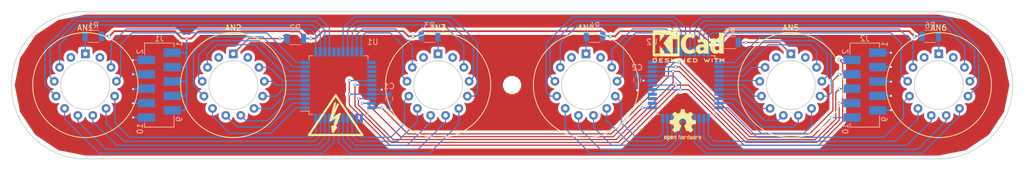
<source format=kicad_pcb>
(kicad_pcb (version 4) (host pcbnew 4.0.6)
  (layers (0 F.Cu signal) (31 B.Cu signal) (34 B.Paste user) (35 F.Paste user) (36 B.SilkS user) (37 F.SilkS user) (38 B.Mask user) (39 F.Mask user) (44 Edge.Cuts user))
  (net 0 "")
  (net 1 "Net-(AN1-Pad1)")
  (net 2 "Net-(AN1-Pad2)")
  (net 3 /HV1)
  (net 4 /HV2)
  (net 5 /HV3)
  (net 6 /HV4)
  (net 7 /HV5)
  (net 8 /HV6)
  (net 9 /HV7)
  (net 10 /HV8)
  (net 11 /HV9)
  (net 12 /HV10)
  (net 13 "Net-(AN1-Pad13)")
  (net 14 "Net-(AN2-Pad1)")
  (net 15 "Net-(AN2-Pad2)")
  (net 16 /HV11)
  (net 17 /HV12)
  (net 18 /HV13)
  (net 19 /HV14)
  (net 20 /HV15)
  (net 21 /HV16)
  (net 22 /HV17)
  (net 23 /HV18)
  (net 24 /HV19)
  (net 25 /HV20)
  (net 26 "Net-(AN2-Pad13)")
  (net 27 "Net-(AN3-Pad1)")
  (net 28 "Net-(AN3-Pad2)")
  (net 29 /HV21)
  (net 30 /HV22)
  (net 31 /HV23)
  (net 32 /HV24)
  (net 33 /HV25)
  (net 34 /HV26)
  (net 35 /HV27)
  (net 36 /HV28)
  (net 37 /HV29)
  (net 38 /HV30)
  (net 39 "Net-(AN3-Pad13)")
  (net 40 "Net-(AN4-Pad1)")
  (net 41 "Net-(AN4-Pad2)")
  (net 42 /HV33)
  (net 43 /HV34)
  (net 44 /HV35)
  (net 45 /HV36)
  (net 46 /HV37)
  (net 47 /HV38)
  (net 48 /HV39)
  (net 49 /HV40)
  (net 50 /HV41)
  (net 51 /HV42)
  (net 52 "Net-(AN4-Pad13)")
  (net 53 "Net-(AN5-Pad1)")
  (net 54 "Net-(AN5-Pad2)")
  (net 55 /HV43)
  (net 56 /HV44)
  (net 57 /HV45)
  (net 58 /HV46)
  (net 59 /HV47)
  (net 60 /HV48)
  (net 61 /HV49)
  (net 62 /HV50)
  (net 63 /HV51)
  (net 64 /HV52)
  (net 65 "Net-(AN5-Pad13)")
  (net 66 "Net-(AN6-Pad1)")
  (net 67 "Net-(AN6-Pad2)")
  (net 68 /HV53)
  (net 69 /HV54)
  (net 70 /HV55)
  (net 71 /HV56)
  (net 72 /HV57)
  (net 73 /HV58)
  (net 74 /HV59)
  (net 75 /HV60)
  (net 76 /HV61)
  (net 77 /HV62)
  (net 78 "Net-(AN6-Pad13)")
  (net 79 +12V)
  (net 80 GND)
  (net 81 HT)
  (net 82 /BL)
  (net 83 /LE)
  (net 84 /CLK)
  (net 85 /DATA_IN)
  (net 86 /HV31)
  (net 87 /HV32)
  (net 88 "Net-(U1-Pad23)")
  (net 89 "Net-(U1-Pad24)")
  (net 90 "Net-(U1-Pad25)")
  (net 91 "Net-(U1-Pad26)")
  (net 92 "Net-(U1-Pad32)")
  (net 93 "Net-(U1-Pad34)")
  (net 94 /HV63)
  (net 95 /HV64)
  (net 96 "Net-(U2-Pad24)")
  (net 97 "Net-(U2-Pad25)")
  (net 98 "Net-(U2-Pad26)")
  (net 99 "Net-(U2-Pad34)")
  (module Capacitors_SMD:C_0603 (layer B.Cu) (at 118.4 107.4 270)
    (fp_text reference C1 (at -2.2 0 360) (layer B.SilkS) (effects (justify mirror)))
    (fp_text value 0.1u)
    (pad 1 smd rect (at -0.75 0 270) (size 0.8 0.75) (layers B.Cu B.Paste B.Mask) (net 79 +12V))
    (pad 2 smd rect (at 0.75 0 270) (size 0.8 0.75) (layers B.Cu B.Paste B.Mask) (net 80 GND))
  )
  (module Capacitors_SMD:C_0603 (layer B.Cu) (at 162 104.1 270)
    (fp_text reference C2 (at -2.2 0 360) (layer B.SilkS) (effects (justify mirror)))
    (fp_text value 0.1u)
    (pad 1 smd rect (at -0.75 0 270) (size 0.8 0.75) (layers B.Cu B.Paste B.Mask) (net 79 +12V))
    (pad 2 smd rect (at 0.75 0 270) (size 0.8 0.75) (layers B.Cu B.Paste B.Mask) (net 80 GND))
  )
  (module radio-clock:1-338728-0 (layer B.Cu) (at 78 105 270)
    (fp_text reference J1 (at -8.2 0 360) (layer B.SilkS) (effects (justify mirror)))
    (fp_text value CONN_01X10)
    (fp_text user 10 (at 7.7 3.4 270) (layer B.SilkS) (effects (justify mirror)))
    (fp_text user 9 (at 6 -3.5 270) (layer B.SilkS) (effects (justify mirror)))
    (fp_text user 2 (at -5.9 3.4 270) (layer B.SilkS) (effects (justify mirror)))
    (fp_text user 1 (at -7.2 -3.5 270) (layer B.SilkS) (effects (justify mirror)))
    (pad 1 smd rect (at -5.715 -2.25 270) (size 1.5 3) (layers B.Cu B.Paste B.Mask) (net 81 HT))
    (pad 2 smd rect (at -4.445 2.25 270) (size 1.5 3) (layers B.Cu B.Paste B.Mask) (net 80 GND))
    (pad 3 smd rect (at -3.175 -2.25 270) (size 1.5 3) (layers B.Cu B.Paste B.Mask) (net 81 HT))
    (pad 4 smd rect (at -1.905 2.25 270) (size 1.5 3) (layers B.Cu B.Paste B.Mask) (net 80 GND))
    (pad 5 smd rect (at -0.635 -2.25 270) (size 1.5 3) (layers B.Cu B.Paste B.Mask) (net 81 HT))
    (pad 6 smd rect (at 0.635 2.25 270) (size 1.5 3) (layers B.Cu B.Paste B.Mask) (net 80 GND))
    (pad 7 smd rect (at 1.905 -2.25 270) (size 1.5 3) (layers B.Cu B.Paste B.Mask) (net 81 HT))
    (pad 8 smd rect (at 3.175 2.25 270) (size 1.5 3) (layers B.Cu B.Paste B.Mask) (net 80 GND))
    (pad 9 smd rect (at 4.445 -2.25 270) (size 1.5 3) (layers B.Cu B.Paste B.Mask) (net 81 HT))
    (pad 10 smd rect (at 5.715 2.25 270) (size 1.5 3) (layers B.Cu B.Paste B.Mask) (net 80 GND))
  )
  (module radio-clock:1-338728-0 (layer B.Cu) (at 202 105 270)
    (fp_text reference J2 (at -8.2 0 360) (layer B.SilkS) (effects (justify mirror)))
    (fp_text value CONN_01X10)
    (fp_text user 10 (at 7.7 3.4 270) (layer B.SilkS) (effects (justify mirror)))
    (fp_text user 9 (at 6 -3.5 270) (layer B.SilkS) (effects (justify mirror)))
    (fp_text user 2 (at -5.9 3.4 270) (layer B.SilkS) (effects (justify mirror)))
    (fp_text user 1 (at -7.2 -3.5 270) (layer B.SilkS) (effects (justify mirror)))
    (pad 1 smd rect (at -5.715 -2.25 270) (size 1.5 3) (layers B.Cu B.Paste B.Mask) (net 80 GND))
    (pad 2 smd rect (at -4.445 2.25 270) (size 1.5 3) (layers B.Cu B.Paste B.Mask) (net 79 +12V))
    (pad 3 smd rect (at -3.175 -2.25 270) (size 1.5 3) (layers B.Cu B.Paste B.Mask) (net 80 GND))
    (pad 4 smd rect (at -1.905 2.25 270) (size 1.5 3) (layers B.Cu B.Paste B.Mask) (net 82 /BL))
    (pad 5 smd rect (at -0.635 -2.25 270) (size 1.5 3) (layers B.Cu B.Paste B.Mask) (net 80 GND))
    (pad 6 smd rect (at 0.635 2.25 270) (size 1.5 3) (layers B.Cu B.Paste B.Mask) (net 83 /LE))
    (pad 7 smd rect (at 1.905 -2.25 270) (size 1.5 3) (layers B.Cu B.Paste B.Mask) (net 80 GND))
    (pad 8 smd rect (at 3.175 2.25 270) (size 1.5 3) (layers B.Cu B.Paste B.Mask) (net 84 /CLK))
    (pad 9 smd rect (at 4.445 -2.25 270) (size 1.5 3) (layers B.Cu B.Paste B.Mask) (net 80 GND))
    (pad 10 smd rect (at 5.715 2.25 270) (size 1.5 3) (layers B.Cu B.Paste B.Mask) (net 85 /DATA_IN))
  )
  (module Resistors_SMD:R_1206 (layer B.Cu) (at 66.4 96.4 180)
    (fp_text reference R1 (at 0 1.9 180) (layer B.SilkS) (effects (justify mirror)))
    (fp_text value 8.2k)
    (pad 1 smd rect (at -1.45 0 180) (size 0.9 1.7) (layers B.Cu B.Paste B.Mask) (net 81 HT))
    (pad 2 smd rect (at 1.45 0 180) (size 0.9 1.7) (layers B.Cu B.Paste B.Mask) (net 1 "Net-(AN1-Pad1)"))
  )
  (module Resistors_SMD:R_1206 (layer B.Cu) (at 101.9 96.8 180)
    (fp_text reference R2 (at 0 1.9 180) (layer B.SilkS) (effects (justify mirror)))
    (fp_text value 8.2k)
    (pad 1 smd rect (at -1.45 0 180) (size 0.9 1.7) (layers B.Cu B.Paste B.Mask) (net 81 HT))
    (pad 2 smd rect (at 1.45 0 180) (size 0.9 1.7) (layers B.Cu B.Paste B.Mask) (net 14 "Net-(AN2-Pad1)"))
  )
  (module Resistors_SMD:R_1206 (layer B.Cu) (at 125.5 96.4)
    (fp_text reference R3 (at 0 -1.9) (layer B.SilkS) (effects (justify mirror)))
    (fp_text value 8.2k)
    (pad 1 smd rect (at -1.45 0) (size 0.9 1.7) (layers B.Cu B.Paste B.Mask) (net 81 HT))
    (pad 2 smd rect (at 1.45 0) (size 0.9 1.7) (layers B.Cu B.Paste B.Mask) (net 27 "Net-(AN3-Pad1)"))
  )
  (module Resistors_SMD:R_1206 (layer B.Cu) (at 154.5 96.4 180)
    (fp_text reference R4 (at 0 1.9 180) (layer B.SilkS) (effects (justify mirror)))
    (fp_text value 8.2k)
    (pad 1 smd rect (at -1.45 0 180) (size 0.9 1.7) (layers B.Cu B.Paste B.Mask) (net 81 HT))
    (pad 2 smd rect (at 1.45 0 180) (size 0.9 1.7) (layers B.Cu B.Paste B.Mask) (net 40 "Net-(AN4-Pad1)"))
  )
  (module Resistors_SMD:R_1206 (layer B.Cu) (at 178.3 97.5)
    (fp_text reference R5 (at 0 -1.9) (layer B.SilkS) (effects (justify mirror)))
    (fp_text value 8.2k)
    (pad 1 smd rect (at -1.45 0) (size 0.9 1.7) (layers B.Cu B.Paste B.Mask) (net 81 HT))
    (pad 2 smd rect (at 1.45 0) (size 0.9 1.7) (layers B.Cu B.Paste B.Mask) (net 53 "Net-(AN5-Pad1)"))
  )
  (module Resistors_SMD:R_1206 (layer B.Cu) (at 213.5 96.4)
    (fp_text reference R6 (at 0 -1.9) (layer B.SilkS) (effects (justify mirror)))
    (fp_text value 8.2k)
    (pad 1 smd rect (at -1.45 0) (size 0.9 1.7) (layers B.Cu B.Paste B.Mask) (net 81 HT))
    (pad 2 smd rect (at 1.45 0) (size 0.9 1.7) (layers B.Cu B.Paste B.Mask) (net 66 "Net-(AN6-Pad1)"))
  )
  (module Housings_QFP:LQFP-44_10x10mm_Pitch0.8mm (layer B.Cu) (at 109.5 105)
    (fp_text reference U1 (at 6 -7.6) (layer B.SilkS) (effects (justify mirror)))
    (fp_text value HV5522PG)
    (pad 1 smd rect (at -5.85 4) (size 1.6 0.56) (layers B.Cu B.Paste B.Mask) (net 16 /HV11))
    (pad 2 smd rect (at -5.85 3.2) (size 1.6 0.56) (layers B.Cu B.Paste B.Mask) (net 17 /HV12))
    (pad 3 smd rect (at -5.85 2.4) (size 1.6 0.56) (layers B.Cu B.Paste B.Mask) (net 18 /HV13))
    (pad 4 smd rect (at -5.85 1.6) (size 1.6 0.56) (layers B.Cu B.Paste B.Mask) (net 19 /HV14))
    (pad 5 smd rect (at -5.85 0.8) (size 1.6 0.56) (layers B.Cu B.Paste B.Mask) (net 20 /HV15))
    (pad 6 smd rect (at -5.85 0) (size 1.6 0.56) (layers B.Cu B.Paste B.Mask) (net 21 /HV16))
    (pad 7 smd rect (at -5.85 -0.8) (size 1.6 0.56) (layers B.Cu B.Paste B.Mask) (net 22 /HV17))
    (pad 8 smd rect (at -5.85 -1.6) (size 1.6 0.56) (layers B.Cu B.Paste B.Mask) (net 23 /HV18))
    (pad 9 smd rect (at -5.85 -2.4) (size 1.6 0.56) (layers B.Cu B.Paste B.Mask) (net 24 /HV19))
    (pad 10 smd rect (at -5.85 -3.2) (size 1.6 0.56) (layers B.Cu B.Paste B.Mask) (net 25 /HV20))
    (pad 11 smd rect (at -5.85 -4) (size 1.6 0.56) (layers B.Cu B.Paste B.Mask) (net 29 /HV21))
    (pad 12 smd rect (at -4 -5.85 270) (size 1.6 0.56) (layers B.Cu B.Paste B.Mask) (net 30 /HV22))
    (pad 13 smd rect (at -3.2 -5.85 270) (size 1.6 0.56) (layers B.Cu B.Paste B.Mask) (net 31 /HV23))
    (pad 14 smd rect (at -2.4 -5.85 270) (size 1.6 0.56) (layers B.Cu B.Paste B.Mask) (net 32 /HV24))
    (pad 15 smd rect (at -1.6 -5.85 270) (size 1.6 0.56) (layers B.Cu B.Paste B.Mask) (net 33 /HV25))
    (pad 16 smd rect (at -0.8 -5.85 270) (size 1.6 0.56) (layers B.Cu B.Paste B.Mask) (net 34 /HV26))
    (pad 17 smd rect (at 0 -5.85 270) (size 1.6 0.56) (layers B.Cu B.Paste B.Mask) (net 35 /HV27))
    (pad 18 smd rect (at 0.8 -5.85 270) (size 1.6 0.56) (layers B.Cu B.Paste B.Mask) (net 36 /HV28))
    (pad 19 smd rect (at 1.6 -5.85 270) (size 1.6 0.56) (layers B.Cu B.Paste B.Mask) (net 37 /HV29))
    (pad 20 smd rect (at 2.4 -5.85 270) (size 1.6 0.56) (layers B.Cu B.Paste B.Mask) (net 38 /HV30))
    (pad 21 smd rect (at 3.2 -5.85 270) (size 1.6 0.56) (layers B.Cu B.Paste B.Mask) (net 86 /HV31))
    (pad 22 smd rect (at 4 -5.85 270) (size 1.6 0.56) (layers B.Cu B.Paste B.Mask) (net 87 /HV32))
    (pad 23 smd rect (at 5.85 -4) (size 1.6 0.56) (layers B.Cu B.Paste B.Mask) (net 88 "Net-(U1-Pad23)"))
    (pad 24 smd rect (at 5.85 -3.2) (size 1.6 0.56) (layers B.Cu B.Paste B.Mask) (net 89 "Net-(U1-Pad24)"))
    (pad 25 smd rect (at 5.85 -2.4) (size 1.6 0.56) (layers B.Cu B.Paste B.Mask) (net 90 "Net-(U1-Pad25)"))
    (pad 26 smd rect (at 5.85 -1.6) (size 1.6 0.56) (layers B.Cu B.Paste B.Mask) (net 91 "Net-(U1-Pad26)"))
    (pad 27 smd rect (at 5.85 -0.8) (size 1.6 0.56) (layers B.Cu B.Paste B.Mask) (net 79 +12V))
    (pad 28 smd rect (at 5.85 0) (size 1.6 0.56) (layers B.Cu B.Paste B.Mask) (net 84 /CLK))
    (pad 29 smd rect (at 5.85 0.8) (size 1.6 0.56) (layers B.Cu B.Paste B.Mask) (net 80 GND))
    (pad 30 smd rect (at 5.85 1.6) (size 1.6 0.56) (layers B.Cu B.Paste B.Mask) (net 79 +12V))
    (pad 31 smd rect (at 5.85 2.4) (size 1.6 0.56) (layers B.Cu B.Paste B.Mask) (net 83 /LE))
    (pad 32 smd rect (at 5.85 3.2) (size 1.6 0.56) (layers B.Cu B.Paste B.Mask) (net 92 "Net-(U1-Pad32)"))
    (pad 33 smd rect (at 5.85 4) (size 1.6 0.56) (layers B.Cu B.Paste B.Mask) (net 82 /BL))
    (pad 34 smd rect (at 4 5.85 270) (size 1.6 0.56) (layers B.Cu B.Paste B.Mask) (net 93 "Net-(U1-Pad34)"))
    (pad 35 smd rect (at 3.2 5.85 270) (size 1.6 0.56) (layers B.Cu B.Paste B.Mask) (net 3 /HV1))
    (pad 36 smd rect (at 2.4 5.85 270) (size 1.6 0.56) (layers B.Cu B.Paste B.Mask) (net 4 /HV2))
    (pad 37 smd rect (at 1.6 5.85 270) (size 1.6 0.56) (layers B.Cu B.Paste B.Mask) (net 5 /HV3))
    (pad 38 smd rect (at 0.8 5.85 270) (size 1.6 0.56) (layers B.Cu B.Paste B.Mask) (net 6 /HV4))
    (pad 39 smd rect (at 0 5.85 270) (size 1.6 0.56) (layers B.Cu B.Paste B.Mask) (net 7 /HV5))
    (pad 40 smd rect (at -0.8 5.85 270) (size 1.6 0.56) (layers B.Cu B.Paste B.Mask) (net 8 /HV6))
    (pad 41 smd rect (at -1.6 5.85 270) (size 1.6 0.56) (layers B.Cu B.Paste B.Mask) (net 9 /HV7))
    (pad 42 smd rect (at -2.4 5.85 270) (size 1.6 0.56) (layers B.Cu B.Paste B.Mask) (net 10 /HV8))
    (pad 43 smd rect (at -3.2 5.85 270) (size 1.6 0.56) (layers B.Cu B.Paste B.Mask) (net 11 /HV9))
    (pad 44 smd rect (at -4 5.85 270) (size 1.6 0.56) (layers B.Cu B.Paste B.Mask) (net 12 /HV10))
  )
  (module Housings_QFP:LQFP-44_10x10mm_Pitch0.8mm (layer B.Cu) (at 170.5 105 180)
    (fp_text reference U2 (at 5.9 7.6 180) (layer B.SilkS) (effects (justify mirror)))
    (fp_text value HV5522PG)
    (pad 1 smd rect (at -5.85 4 180) (size 1.6 0.56) (layers B.Cu B.Paste B.Mask) (net 55 /HV43))
    (pad 2 smd rect (at -5.85 3.2 180) (size 1.6 0.56) (layers B.Cu B.Paste B.Mask) (net 56 /HV44))
    (pad 3 smd rect (at -5.85 2.4 180) (size 1.6 0.56) (layers B.Cu B.Paste B.Mask) (net 57 /HV45))
    (pad 4 smd rect (at -5.85 1.6 180) (size 1.6 0.56) (layers B.Cu B.Paste B.Mask) (net 58 /HV46))
    (pad 5 smd rect (at -5.85 0.8 180) (size 1.6 0.56) (layers B.Cu B.Paste B.Mask) (net 59 /HV47))
    (pad 6 smd rect (at -5.85 0 180) (size 1.6 0.56) (layers B.Cu B.Paste B.Mask) (net 60 /HV48))
    (pad 7 smd rect (at -5.85 -0.8 180) (size 1.6 0.56) (layers B.Cu B.Paste B.Mask) (net 61 /HV49))
    (pad 8 smd rect (at -5.85 -1.6 180) (size 1.6 0.56) (layers B.Cu B.Paste B.Mask) (net 62 /HV50))
    (pad 9 smd rect (at -5.85 -2.4 180) (size 1.6 0.56) (layers B.Cu B.Paste B.Mask) (net 63 /HV51))
    (pad 10 smd rect (at -5.85 -3.2 180) (size 1.6 0.56) (layers B.Cu B.Paste B.Mask) (net 64 /HV52))
    (pad 11 smd rect (at -5.85 -4 180) (size 1.6 0.56) (layers B.Cu B.Paste B.Mask) (net 68 /HV53))
    (pad 12 smd rect (at -4 -5.85 90) (size 1.6 0.56) (layers B.Cu B.Paste B.Mask) (net 69 /HV54))
    (pad 13 smd rect (at -3.2 -5.85 90) (size 1.6 0.56) (layers B.Cu B.Paste B.Mask) (net 70 /HV55))
    (pad 14 smd rect (at -2.4 -5.85 90) (size 1.6 0.56) (layers B.Cu B.Paste B.Mask) (net 71 /HV56))
    (pad 15 smd rect (at -1.6 -5.85 90) (size 1.6 0.56) (layers B.Cu B.Paste B.Mask) (net 72 /HV57))
    (pad 16 smd rect (at -0.8 -5.85 90) (size 1.6 0.56) (layers B.Cu B.Paste B.Mask) (net 73 /HV58))
    (pad 17 smd rect (at 0 -5.85 90) (size 1.6 0.56) (layers B.Cu B.Paste B.Mask) (net 74 /HV59))
    (pad 18 smd rect (at 0.8 -5.85 90) (size 1.6 0.56) (layers B.Cu B.Paste B.Mask) (net 75 /HV60))
    (pad 19 smd rect (at 1.6 -5.85 90) (size 1.6 0.56) (layers B.Cu B.Paste B.Mask) (net 76 /HV61))
    (pad 20 smd rect (at 2.4 -5.85 90) (size 1.6 0.56) (layers B.Cu B.Paste B.Mask) (net 77 /HV62))
    (pad 21 smd rect (at 3.2 -5.85 90) (size 1.6 0.56) (layers B.Cu B.Paste B.Mask) (net 94 /HV63))
    (pad 22 smd rect (at 4 -5.85 90) (size 1.6 0.56) (layers B.Cu B.Paste B.Mask) (net 95 /HV64))
    (pad 23 smd rect (at 5.85 -4 180) (size 1.6 0.56) (layers B.Cu B.Paste B.Mask) (net 92 "Net-(U1-Pad32)"))
    (pad 24 smd rect (at 5.85 -3.2 180) (size 1.6 0.56) (layers B.Cu B.Paste B.Mask) (net 96 "Net-(U2-Pad24)"))
    (pad 25 smd rect (at 5.85 -2.4 180) (size 1.6 0.56) (layers B.Cu B.Paste B.Mask) (net 97 "Net-(U2-Pad25)"))
    (pad 26 smd rect (at 5.85 -1.6 180) (size 1.6 0.56) (layers B.Cu B.Paste B.Mask) (net 98 "Net-(U2-Pad26)"))
    (pad 27 smd rect (at 5.85 -0.8 180) (size 1.6 0.56) (layers B.Cu B.Paste B.Mask) (net 79 +12V))
    (pad 28 smd rect (at 5.85 0 180) (size 1.6 0.56) (layers B.Cu B.Paste B.Mask) (net 84 /CLK))
    (pad 29 smd rect (at 5.85 0.8 180) (size 1.6 0.56) (layers B.Cu B.Paste B.Mask) (net 80 GND))
    (pad 30 smd rect (at 5.85 1.6 180) (size 1.6 0.56) (layers B.Cu B.Paste B.Mask) (net 79 +12V))
    (pad 31 smd rect (at 5.85 2.4 180) (size 1.6 0.56) (layers B.Cu B.Paste B.Mask) (net 83 /LE))
    (pad 32 smd rect (at 5.85 3.2 180) (size 1.6 0.56) (layers B.Cu B.Paste B.Mask) (net 85 /DATA_IN))
    (pad 33 smd rect (at 5.85 4 180) (size 1.6 0.56) (layers B.Cu B.Paste B.Mask) (net 82 /BL))
    (pad 34 smd rect (at 4 5.85 90) (size 1.6 0.56) (layers B.Cu B.Paste B.Mask) (net 99 "Net-(U2-Pad34)"))
    (pad 35 smd rect (at 3.2 5.85 90) (size 1.6 0.56) (layers B.Cu B.Paste B.Mask) (net 42 /HV33))
    (pad 36 smd rect (at 2.4 5.85 90) (size 1.6 0.56) (layers B.Cu B.Paste B.Mask) (net 43 /HV34))
    (pad 37 smd rect (at 1.6 5.85 90) (size 1.6 0.56) (layers B.Cu B.Paste B.Mask) (net 44 /HV35))
    (pad 38 smd rect (at 0.8 5.85 90) (size 1.6 0.56) (layers B.Cu B.Paste B.Mask) (net 45 /HV36))
    (pad 39 smd rect (at 0 5.85 90) (size 1.6 0.56) (layers B.Cu B.Paste B.Mask) (net 46 /HV37))
    (pad 40 smd rect (at -0.8 5.85 90) (size 1.6 0.56) (layers B.Cu B.Paste B.Mask) (net 47 /HV38))
    (pad 41 smd rect (at -1.6 5.85 90) (size 1.6 0.56) (layers B.Cu B.Paste B.Mask) (net 48 /HV39))
    (pad 42 smd rect (at -2.4 5.85 90) (size 1.6 0.56) (layers B.Cu B.Paste B.Mask) (net 49 /HV40))
    (pad 43 smd rect (at -3.2 5.85 90) (size 1.6 0.56) (layers B.Cu B.Paste B.Mask) (net 50 /HV41))
    (pad 44 smd rect (at -4 5.85 90) (size 1.6 0.56) (layers B.Cu B.Paste B.Mask) (net 51 /HV42))
  )
  (module radio-clock:IN-14 (layer F.Cu) (at 65 105)
    (fp_text reference AN1 (at 0 -10.1) (layer F.SilkS))
    (fp_text value IN-14)
    (pad 1 thru_hole rect (at 0 -5.5) (size 1.524 1.524) (drill 0.762) (layers *.Cu *.Mask) (net 1 "Net-(AN1-Pad1)"))
    (pad 2 thru_hole circle (at -2.555977 -4.870008 27.69230769) (size 1.524 1.524) (drill 0.762) (layers *.Cu *.Mask) (net 2 "Net-(AN1-Pad2)"))
    (pad 3 thru_hole circle (at -4.526411 -3.124356 55.38461538) (size 1.524 1.524) (drill 0.762) (layers *.Cu *.Mask) (net 31 /HV23))
    (pad 4 thru_hole circle (at -5.459899 -0.662952 83.07692308) (size 1.524 1.524) (drill 0.762) (layers *.Cu *.Mask) (net 32 /HV24))
    (pad 5 thru_hole circle (at -5.142589 1.950327 110.7692308) (size 1.524 1.524) (drill 0.762) (layers *.Cu *.Mask) (net 33 /HV25))
    (pad 6 thru_hole circle (at -3.647175 4.116809 138.4615385) (size 1.524 1.524) (drill 0.762) (layers *.Cu *.Mask) (net 8 /HV6))
    (pad 7 thru_hole circle (at -1.316236 5.34018 166.1538462) (size 1.524 1.524) (drill 0.762) (layers *.Cu *.Mask) (net 9 /HV7))
    (pad 8 thru_hole circle (at 1.316236 5.34018 193.8461538) (size 1.524 1.524) (drill 0.762) (layers *.Cu *.Mask) (net 10 /HV8))
    (pad 9 thru_hole circle (at 3.647175 4.116809 221.5384615) (size 1.524 1.524) (drill 0.762) (layers *.Cu *.Mask) (net 11 /HV9))
    (pad 10 thru_hole circle (at 5.142589 1.950327 249.2307692) (size 1.524 1.524) (drill 0.762) (layers *.Cu *.Mask) (net 12 /HV10))
    (pad 11 thru_hole circle (at 5.459899 -0.662952 276.9230769) (size 1.524 1.524) (drill 0.762) (layers *.Cu *.Mask) (net 29 /HV21))
    (pad 12 thru_hole circle (at 4.526411 -3.124356 304.6153846) (size 1.524 1.524) (drill 0.762) (layers *.Cu *.Mask) (net 30 /HV22))
    (pad 13 thru_hole circle (at 2.555977 -4.870008 332.3076923) (size 1.524 1.524) (drill 0.762) (layers *.Cu *.Mask) (net 13 "Net-(AN1-Pad13)"))
  )
  (module radio-clock:IN-14 (layer F.Cu) (at 91 105)
    (fp_text reference AN2 (at 0 -10.1) (layer F.SilkS))
    (fp_text value IN-14)
    (pad 1 thru_hole rect (at 0 -5.5) (size 1.524 1.524) (drill 0.762) (layers *.Cu *.Mask) (net 14 "Net-(AN2-Pad1)"))
    (pad 2 thru_hole circle (at -2.555977 -4.870008 27.69230769) (size 1.524 1.524) (drill 0.762) (layers *.Cu *.Mask) (net 15 "Net-(AN2-Pad2)"))
    (pad 3 thru_hole circle (at -4.526411 -3.124356 55.38461538) (size 1.524 1.524) (drill 0.762) (layers *.Cu *.Mask) (net 23 /HV18))
    (pad 4 thru_hole circle (at -5.459899 -0.662952 83.07692308) (size 1.524 1.524) (drill 0.762) (layers *.Cu *.Mask) (net 24 /HV19))
    (pad 5 thru_hole circle (at -5.142589 1.950327 110.7692308) (size 1.524 1.524) (drill 0.762) (layers *.Cu *.Mask) (net 25 /HV20))
    (pad 6 thru_hole circle (at -3.647175 4.116809 138.4615385) (size 1.524 1.524) (drill 0.762) (layers *.Cu *.Mask) (net 16 /HV11))
    (pad 7 thru_hole circle (at -1.316236 5.34018 166.1538462) (size 1.524 1.524) (drill 0.762) (layers *.Cu *.Mask) (net 17 /HV12))
    (pad 8 thru_hole circle (at 1.316236 5.34018 193.8461538) (size 1.524 1.524) (drill 0.762) (layers *.Cu *.Mask) (net 18 /HV13))
    (pad 9 thru_hole circle (at 3.647175 4.116809 221.5384615) (size 1.524 1.524) (drill 0.762) (layers *.Cu *.Mask) (net 19 /HV14))
    (pad 10 thru_hole circle (at 5.142589 1.950327 249.2307692) (size 1.524 1.524) (drill 0.762) (layers *.Cu *.Mask) (net 20 /HV15))
    (pad 11 thru_hole circle (at 5.459899 -0.662952 276.9230769) (size 1.524 1.524) (drill 0.762) (layers *.Cu *.Mask) (net 21 /HV16))
    (pad 12 thru_hole circle (at 4.526411 -3.124356 304.6153846) (size 1.524 1.524) (drill 0.762) (layers *.Cu *.Mask) (net 22 /HV17))
    (pad 13 thru_hole circle (at 2.555977 -4.870008 332.3076923) (size 1.524 1.524) (drill 0.762) (layers *.Cu *.Mask) (net 26 "Net-(AN2-Pad13)"))
  )
  (module radio-clock:IN-14 (layer F.Cu) (at 127 105)
    (fp_text reference AN3 (at 0 -10.1) (layer F.SilkS))
    (fp_text value IN-14)
    (pad 1 thru_hole rect (at 0 -5.5) (size 1.524 1.524) (drill 0.762) (layers *.Cu *.Mask) (net 27 "Net-(AN3-Pad1)"))
    (pad 2 thru_hole circle (at -2.555977 -4.870008 27.69230769) (size 1.524 1.524) (drill 0.762) (layers *.Cu *.Mask) (net 28 "Net-(AN3-Pad2)"))
    (pad 3 thru_hole circle (at -4.526411 -3.124356 55.38461538) (size 1.524 1.524) (drill 0.762) (layers *.Cu *.Mask) (net 86 /HV31))
    (pad 4 thru_hole circle (at -5.459899 -0.662952 83.07692308) (size 1.524 1.524) (drill 0.762) (layers *.Cu *.Mask) (net 87 /HV32))
    (pad 5 thru_hole circle (at -5.142589 1.950327 110.7692308) (size 1.524 1.524) (drill 0.762) (layers *.Cu *.Mask) (net 3 /HV1))
    (pad 6 thru_hole circle (at -3.647175 4.116809 138.4615385) (size 1.524 1.524) (drill 0.762) (layers *.Cu *.Mask) (net 4 /HV2))
    (pad 7 thru_hole circle (at -1.316236 5.34018 166.1538462) (size 1.524 1.524) (drill 0.762) (layers *.Cu *.Mask) (net 5 /HV3))
    (pad 8 thru_hole circle (at 1.316236 5.34018 193.8461538) (size 1.524 1.524) (drill 0.762) (layers *.Cu *.Mask) (net 6 /HV4))
    (pad 9 thru_hole circle (at 3.647175 4.116809 221.5384615) (size 1.524 1.524) (drill 0.762) (layers *.Cu *.Mask) (net 7 /HV5))
    (pad 10 thru_hole circle (at 5.142589 1.950327 249.2307692) (size 1.524 1.524) (drill 0.762) (layers *.Cu *.Mask) (net 36 /HV28))
    (pad 11 thru_hole circle (at 5.459899 -0.662952 276.9230769) (size 1.524 1.524) (drill 0.762) (layers *.Cu *.Mask) (net 37 /HV29))
    (pad 12 thru_hole circle (at 4.526411 -3.124356 304.6153846) (size 1.524 1.524) (drill 0.762) (layers *.Cu *.Mask) (net 38 /HV30))
    (pad 13 thru_hole circle (at 2.555977 -4.870008 332.3076923) (size 1.524 1.524) (drill 0.762) (layers *.Cu *.Mask) (net 39 "Net-(AN3-Pad13)"))
  )
  (module radio-clock:IN-14 (layer F.Cu) (at 153 105)
    (fp_text reference AN4 (at 0 -10.1) (layer F.SilkS))
    (fp_text value IN-14)
    (pad 1 thru_hole rect (at 0 -5.5) (size 1.524 1.524) (drill 0.762) (layers *.Cu *.Mask) (net 40 "Net-(AN4-Pad1)"))
    (pad 2 thru_hole circle (at -2.555977 -4.870008 27.69230769) (size 1.524 1.524) (drill 0.762) (layers *.Cu *.Mask) (net 41 "Net-(AN4-Pad2)"))
    (pad 3 thru_hole circle (at -4.526411 -3.124356 55.38461538) (size 1.524 1.524) (drill 0.762) (layers *.Cu *.Mask) (net 44 /HV35))
    (pad 4 thru_hole circle (at -5.459899 -0.662952 83.07692308) (size 1.524 1.524) (drill 0.762) (layers *.Cu *.Mask) (net 45 /HV36))
    (pad 5 thru_hole circle (at -5.142589 1.950327 110.7692308) (size 1.524 1.524) (drill 0.762) (layers *.Cu *.Mask) (net 46 /HV37))
    (pad 6 thru_hole circle (at -3.647175 4.116809 138.4615385) (size 1.524 1.524) (drill 0.762) (layers *.Cu *.Mask) (net 75 /HV60))
    (pad 7 thru_hole circle (at -1.316236 5.34018 166.1538462) (size 1.524 1.524) (drill 0.762) (layers *.Cu *.Mask) (net 76 /HV61))
    (pad 8 thru_hole circle (at 1.316236 5.34018 193.8461538) (size 1.524 1.524) (drill 0.762) (layers *.Cu *.Mask) (net 77 /HV62))
    (pad 9 thru_hole circle (at 3.647175 4.116809 221.5384615) (size 1.524 1.524) (drill 0.762) (layers *.Cu *.Mask) (net 94 /HV63))
    (pad 10 thru_hole circle (at 5.142589 1.950327 249.2307692) (size 1.524 1.524) (drill 0.762) (layers *.Cu *.Mask) (net 95 /HV64))
    (pad 11 thru_hole circle (at 5.459899 -0.662952 276.9230769) (size 1.524 1.524) (drill 0.762) (layers *.Cu *.Mask) (net 42 /HV33))
    (pad 12 thru_hole circle (at 4.526411 -3.124356 304.6153846) (size 1.524 1.524) (drill 0.762) (layers *.Cu *.Mask) (net 43 /HV34))
    (pad 13 thru_hole circle (at 2.555977 -4.870008 332.3076923) (size 1.524 1.524) (drill 0.762) (layers *.Cu *.Mask) (net 52 "Net-(AN4-Pad13)"))
  )
  (module radio-clock:IN-14 (layer F.Cu) (at 189 105)
    (fp_text reference AN5 (at 0 -10.1) (layer F.SilkS))
    (fp_text value IN-14)
    (pad 1 thru_hole rect (at 0 -5.5) (size 1.524 1.524) (drill 0.762) (layers *.Cu *.Mask) (net 53 "Net-(AN5-Pad1)"))
    (pad 2 thru_hole circle (at -2.555977 -4.870008 27.69230769) (size 1.524 1.524) (drill 0.762) (layers *.Cu *.Mask) (net 54 "Net-(AN5-Pad2)"))
    (pad 3 thru_hole circle (at -4.526411 -3.124356 55.38461538) (size 1.524 1.524) (drill 0.762) (layers *.Cu *.Mask) (net 58 /HV46))
    (pad 4 thru_hole circle (at -5.459899 -0.662952 83.07692308) (size 1.524 1.524) (drill 0.762) (layers *.Cu *.Mask) (net 59 /HV47))
    (pad 5 thru_hole circle (at -5.142589 1.950327 110.7692308) (size 1.524 1.524) (drill 0.762) (layers *.Cu *.Mask) (net 60 /HV48))
    (pad 6 thru_hole circle (at -3.647175 4.116809 138.4615385) (size 1.524 1.524) (drill 0.762) (layers *.Cu *.Mask) (net 61 /HV49))
    (pad 7 thru_hole circle (at -1.316236 5.34018 166.1538462) (size 1.524 1.524) (drill 0.762) (layers *.Cu *.Mask) (net 62 /HV50))
    (pad 8 thru_hole circle (at 1.316236 5.34018 193.8461538) (size 1.524 1.524) (drill 0.762) (layers *.Cu *.Mask) (net 63 /HV51))
    (pad 9 thru_hole circle (at 3.647175 4.116809 221.5384615) (size 1.524 1.524) (drill 0.762) (layers *.Cu *.Mask) (net 64 /HV52))
    (pad 10 thru_hole circle (at 5.142589 1.950327 249.2307692) (size 1.524 1.524) (drill 0.762) (layers *.Cu *.Mask) (net 55 /HV43))
    (pad 11 thru_hole circle (at 5.459899 -0.662952 276.9230769) (size 1.524 1.524) (drill 0.762) (layers *.Cu *.Mask) (net 56 /HV44))
    (pad 12 thru_hole circle (at 4.526411 -3.124356 304.6153846) (size 1.524 1.524) (drill 0.762) (layers *.Cu *.Mask) (net 57 /HV45))
    (pad 13 thru_hole circle (at 2.555977 -4.870008 332.3076923) (size 1.524 1.524) (drill 0.762) (layers *.Cu *.Mask) (net 65 "Net-(AN5-Pad13)"))
  )
  (module radio-clock:IN-14 (layer F.Cu) (at 215 105)
    (fp_text reference AN6 (at 0 -10.1) (layer F.SilkS))
    (fp_text value IN-14)
    (pad 1 thru_hole rect (at 0 -5.5) (size 1.524 1.524) (drill 0.762) (layers *.Cu *.Mask) (net 66 "Net-(AN6-Pad1)"))
    (pad 2 thru_hole circle (at -2.555977 -4.870008 27.69230769) (size 1.524 1.524) (drill 0.762) (layers *.Cu *.Mask) (net 67 "Net-(AN6-Pad2)"))
    (pad 3 thru_hole circle (at -4.526411 -3.124356 55.38461538) (size 1.524 1.524) (drill 0.762) (layers *.Cu *.Mask) (net 50 /HV41))
    (pad 4 thru_hole circle (at -5.459899 -0.662952 83.07692308) (size 1.524 1.524) (drill 0.762) (layers *.Cu *.Mask) (net 51 /HV42))
    (pad 5 thru_hole circle (at -5.142589 1.950327 110.7692308) (size 1.524 1.524) (drill 0.762) (layers *.Cu *.Mask) (net 68 /HV53))
    (pad 6 thru_hole circle (at -3.647175 4.116809 138.4615385) (size 1.524 1.524) (drill 0.762) (layers *.Cu *.Mask) (net 69 /HV54))
    (pad 7 thru_hole circle (at -1.316236 5.34018 166.1538462) (size 1.524 1.524) (drill 0.762) (layers *.Cu *.Mask) (net 70 /HV55))
    (pad 8 thru_hole circle (at 1.316236 5.34018 193.8461538) (size 1.524 1.524) (drill 0.762) (layers *.Cu *.Mask) (net 71 /HV56))
    (pad 9 thru_hole circle (at 3.647175 4.116809 221.5384615) (size 1.524 1.524) (drill 0.762) (layers *.Cu *.Mask) (net 72 /HV57))
    (pad 10 thru_hole circle (at 5.142589 1.950327 249.2307692) (size 1.524 1.524) (drill 0.762) (layers *.Cu *.Mask) (net 47 /HV38))
    (pad 11 thru_hole circle (at 5.459899 -0.662952 276.9230769) (size 1.524 1.524) (drill 0.762) (layers *.Cu *.Mask) (net 48 /HV39))
    (pad 12 thru_hole circle (at 4.526411 -3.124356 304.6153846) (size 1.524 1.524) (drill 0.762) (layers *.Cu *.Mask) (net 49 /HV40))
    (pad 13 thru_hole circle (at 2.555977 -4.870008 332.3076923) (size 1.524 1.524) (drill 0.762) (layers *.Cu *.Mask) (net 78 "Net-(AN6-Pad13)"))
  )
  (module Mounting_Holes:MountingHole_2.2mm_M2 (layer B.Cu) (at 140 105)
    (fp_text reference REF** hide)
    (fp_text value MountingHole_2.2mm_M2)
    (pad 1 np_thru_hole circle (at 0 0) (size 2.2 2.2) (drill 2.2) (layers *.Cu *.Mask))
  )
  (module Symbols:OSHW-Logo2_7.3x6mm_SilkScreen (layer F.Cu) (at 170 112)
    (fp_text reference REF*** hide)
    (fp_text value OSHW-Logo2_7.3x6mm_SilkScreen hide)
  )
  (module Symbols:KiCad-Logo2_6mm_SilkScreen (layer F.Cu) (at 171 98)
    (fp_text reference REF*** hide)
    (fp_text value KiCad-Logo2_6mm_SilkScreen hide)
  )
  (module radio-clock:Symbol_HighVoltage_Type2_SilkscreenTop_VerySmall (layer F.Cu) (at 109 111)
    (fp_text reference REF** hide)
    (fp_text value Symbol_HighVoltage_Type2_CopperTop_VerySmall)
  )
  (gr_circle (center 215 105) (end 215 100.7) (layer Edge.Cuts) (width 0.15))
  (gr_circle (center 189 105) (end 189 100.7) (layer Edge.Cuts) (width 0.15))
  (gr_circle (center 153 105) (end 153 100.7) (layer Edge.Cuts) (width 0.15))
  (gr_circle (center 127 105) (end 127 100.7) (layer Edge.Cuts) (width 0.15))
  (gr_circle (center 91 105) (end 91 100.7) (layer Edge.Cuts) (width 0.15))
  (gr_circle (center 65 105) (end 65 100.7) (layer Edge.Cuts) (width 0.15))
  (gr_line (start 215 118) (end 65 118) (layer Edge.Cuts) (width 0.15))
  (gr_line (start 65 92) (end 215 92) (layer Edge.Cuts) (width 0.15))
  (gr_arc (start 65 105) (end 65 118) (angle 180) (layer Edge.Cuts) (width 0.15))
  (gr_arc (start 215 105) (end 215 92) (angle 180) (layer Edge.Cuts) (width 0.15))
  (segment (start 65 99.5) (end 65 96.45) (width 0.2) (layer B.Cu) (net 1))
  (segment (start 65 96.45) (end 64.95 96.4) (width 0.2) (layer B.Cu) (net 1))
  (segment (start 121.857411 106.950327) (end 121.1 107.707738) (width 0.2) (layer B.Cu) (net 3))
  (segment (start 121.1 107.707738) (end 121.1 111.8) (width 0.2) (layer B.Cu) (net 3))
  (segment (start 113.4 114.2) (end 112.7 113.5) (width 0.2) (layer B.Cu) (net 3))
  (segment (start 121.1 111.8) (end 118.7 114.2) (width 0.2) (layer B.Cu) (net 3))
  (segment (start 118.7 114.2) (end 113.4 114.2) (width 0.2) (layer B.Cu) (net 3))
  (segment (start 112.7 113.5) (end 112.7 111.85) (width 0.2) (layer B.Cu) (net 3))
  (segment (start 112.7 111.85) (end 112.7 110.85) (width 0.2) (layer B.Cu) (net 3))
  (segment (start 123.352825 109.116809) (end 123.352825 111.447175) (width 0.2) (layer B.Cu) (net 4))
  (segment (start 123.352825 111.447175) (end 119.9 114.9) (width 0.2) (layer B.Cu) (net 4))
  (segment (start 111.880001 110.869999) (end 111.9 110.85) (width 0.2) (layer B.Cu) (net 4))
  (segment (start 119.9 114.9) (end 112.9 114.9) (width 0.2) (layer B.Cu) (net 4))
  (segment (start 112.9 114.9) (end 111.880001 113.880001) (width 0.2) (layer B.Cu) (net 4))
  (segment (start 111.880001 113.880001) (end 111.880001 110.869999) (width 0.2) (layer B.Cu) (net 4))
  (segment (start 125.683764 110.34018) (end 125.683764 111.516236) (width 0.2) (layer B.Cu) (net 5))
  (segment (start 125.683764 111.516236) (end 121.6 115.6) (width 0.2) (layer B.Cu) (net 5))
  (segment (start 121.6 115.6) (end 112.4 115.6) (width 0.2) (layer B.Cu) (net 5))
  (segment (start 112.4 115.6) (end 111.1 114.3) (width 0.2) (layer B.Cu) (net 5))
  (segment (start 111.1 114.3) (end 111.1 111.85) (width 0.2) (layer B.Cu) (net 5))
  (segment (start 111.1 111.85) (end 111.1 110.85) (width 0.2) (layer B.Cu) (net 5))
  (segment (start 128.316236 110.34018) (end 128.316236 111.483764) (width 0.2) (layer B.Cu) (net 6))
  (segment (start 128.316236 111.483764) (end 123.5 116.3) (width 0.2) (layer B.Cu) (net 6))
  (segment (start 123.5 116.3) (end 111.9 116.3) (width 0.2) (layer B.Cu) (net 6))
  (segment (start 111.9 116.3) (end 110.3 114.7) (width 0.2) (layer B.Cu) (net 6))
  (segment (start 110.3 114.7) (end 110.3 111.85) (width 0.2) (layer B.Cu) (net 6))
  (segment (start 110.3 111.85) (end 110.3 110.85) (width 0.2) (layer B.Cu) (net 6))
  (segment (start 130.647175 109.116809) (end 130.647175 111.852825) (width 0.2) (layer B.Cu) (net 7))
  (segment (start 130.647175 111.852825) (end 125.5 117) (width 0.2) (layer B.Cu) (net 7))
  (segment (start 111.4 117) (end 109.5 115.1) (width 0.2) (layer B.Cu) (net 7))
  (segment (start 125.5 117) (end 111.4 117) (width 0.2) (layer B.Cu) (net 7))
  (segment (start 109.5 115.1) (end 109.5 111.85) (width 0.2) (layer B.Cu) (net 7))
  (segment (start 109.5 111.85) (end 109.5 110.85) (width 0.2) (layer B.Cu) (net 7))
  (segment (start 61.352825 109.116809) (end 61.352825 110.952825) (width 0.2) (layer B.Cu) (net 8))
  (segment (start 61.352825 110.952825) (end 67.4 117) (width 0.2) (layer B.Cu) (net 8))
  (segment (start 67.4 117) (end 106.8 117) (width 0.2) (layer B.Cu) (net 8))
  (segment (start 106.8 117) (end 108.7 115.1) (width 0.2) (layer B.Cu) (net 8))
  (segment (start 108.7 115.1) (end 108.7 110.85) (width 0.2) (layer B.Cu) (net 8))
  (segment (start 63.683764 110.34018) (end 63.683764 111.383764) (width 0.2) (layer B.Cu) (net 9))
  (segment (start 63.683764 111.383764) (end 68.6 116.3) (width 0.2) (layer B.Cu) (net 9))
  (segment (start 68.6 116.3) (end 106.3 116.3) (width 0.2) (layer B.Cu) (net 9))
  (segment (start 106.3 116.3) (end 107.9 114.7) (width 0.2) (layer B.Cu) (net 9))
  (segment (start 107.9 114.7) (end 107.9 110.85) (width 0.2) (layer B.Cu) (net 9))
  (segment (start 66.316236 110.34018) (end 66.316236 111.416236) (width 0.2) (layer B.Cu) (net 10))
  (segment (start 66.316236 111.416236) (end 70.5 115.6) (width 0.2) (layer B.Cu) (net 10))
  (segment (start 70.5 115.6) (end 105.8 115.6) (width 0.2) (layer B.Cu) (net 10))
  (segment (start 107.1 114.3) (end 107.1 110.85) (width 0.2) (layer B.Cu) (net 10))
  (segment (start 105.8 115.6) (end 107.1 114.3) (width 0.2) (layer B.Cu) (net 10))
  (segment (start 68.647175 109.116809) (end 68.647175 111.747175) (width 0.2) (layer B.Cu) (net 11))
  (segment (start 68.647175 111.747175) (end 71.8 114.9) (width 0.2) (layer B.Cu) (net 11))
  (segment (start 71.8 114.9) (end 105.3 114.9) (width 0.2) (layer B.Cu) (net 11))
  (segment (start 105.3 114.9) (end 106.3 113.9) (width 0.2) (layer B.Cu) (net 11))
  (segment (start 106.3 113.9) (end 106.3 110.85) (width 0.2) (layer B.Cu) (net 11))
  (segment (start 70.142589 106.950327) (end 70.2 107.007738) (width 0.2) (layer B.Cu) (net 12))
  (segment (start 70.2 107.007738) (end 70.2 111.6) (width 0.2) (layer B.Cu) (net 12))
  (segment (start 70.2 111.6) (end 72.8 114.2) (width 0.2) (layer B.Cu) (net 12))
  (segment (start 72.8 114.2) (end 104.8 114.2) (width 0.2) (layer B.Cu) (net 12))
  (segment (start 104.8 114.2) (end 105.5 113.5) (width 0.2) (layer B.Cu) (net 12))
  (segment (start 105.5 113.5) (end 105.5 110.85) (width 0.2) (layer B.Cu) (net 12))
  (segment (start 99.2 96.8) (end 93.7 96.8) (width 0.2) (layer F.Cu) (net 14))
  (segment (start 93.7 96.8) (end 91 99.5) (width 0.2) (layer F.Cu) (net 14))
  (segment (start 100.45 96.8) (end 99.2 96.8) (width 0.2) (layer B.Cu) (net 14))
  (via (at 99.2 96.8) (size 0.5) (drill 0.34) (layers F.Cu B.Cu) (net 14))
  (segment (start 102.1 109) (end 102.5 109) (width 0.2) (layer B.Cu) (net 16))
  (segment (start 102.5 109) (end 103.65 109) (width 0.2) (layer B.Cu) (net 16))
  (segment (start 102.1 109) (end 97.6 113.5) (width 0.2) (layer B.Cu) (net 16))
  (segment (start 97.6 113.5) (end 90.4 113.5) (width 0.2) (layer B.Cu) (net 16))
  (segment (start 90.4 113.5) (end 87.352825 110.452825) (width 0.2) (layer B.Cu) (net 16))
  (segment (start 87.352825 110.452825) (end 87.352825 109.116809) (width 0.2) (layer B.Cu) (net 16))
  (segment (start 89.683764 110.34018) (end 89.683764 110.383764) (width 0.2) (layer B.Cu) (net 17))
  (segment (start 89.683764 110.383764) (end 91.7 112.4) (width 0.2) (layer B.Cu) (net 17))
  (segment (start 91.7 112.4) (end 97.3 112.4) (width 0.2) (layer B.Cu) (net 17))
  (segment (start 97.3 112.4) (end 101.5 108.2) (width 0.2) (layer B.Cu) (net 17))
  (segment (start 101.5 108.2) (end 103.65 108.2) (width 0.2) (layer B.Cu) (net 17))
  (segment (start 103.65 107.4) (end 100.9 107.4) (width 0.2) (layer B.Cu) (net 18))
  (segment (start 100.9 107.4) (end 97 111.3) (width 0.2) (layer B.Cu) (net 18))
  (segment (start 97 111.3) (end 93.276056 111.3) (width 0.2) (layer B.Cu) (net 18))
  (segment (start 93.276056 111.3) (end 92.316236 110.34018) (width 0.2) (layer B.Cu) (net 18))
  (segment (start 103.65 106.6) (end 100.3 106.6) (width 0.2) (layer B.Cu) (net 19))
  (segment (start 100.3 106.6) (end 97.783191 109.116809) (width 0.2) (layer B.Cu) (net 19))
  (segment (start 97.783191 109.116809) (end 94.647175 109.116809) (width 0.2) (layer B.Cu) (net 19))
  (segment (start 103.65 105.8) (end 99.7 105.8) (width 0.2) (layer B.Cu) (net 20))
  (segment (start 99.7 105.8) (end 98.549673 106.950327) (width 0.2) (layer B.Cu) (net 20))
  (segment (start 98.549673 106.950327) (end 96.142589 106.950327) (width 0.2) (layer B.Cu) (net 20))
  (segment (start 98.5 105) (end 102.5 105) (width 0.2) (layer B.Cu) (net 21))
  (segment (start 102.5 105) (end 103.65 105) (width 0.2) (layer B.Cu) (net 21))
  (segment (start 98.5 105) (end 97.837048 104.337048) (width 0.2) (layer B.Cu) (net 21))
  (segment (start 97.837048 104.337048) (end 96.459899 104.337048) (width 0.2) (layer B.Cu) (net 21))
  (segment (start 103.65 104.2) (end 99.7 104.2) (width 0.2) (layer B.Cu) (net 22))
  (segment (start 99.7 104.2) (end 97.375644 101.875644) (width 0.2) (layer B.Cu) (net 22))
  (segment (start 97.375644 101.875644) (end 95.526411 101.875644) (width 0.2) (layer B.Cu) (net 22))
  (segment (start 103.65 103.4) (end 100.3 103.4) (width 0.2) (layer B.Cu) (net 23))
  (segment (start 94.8 97.9) (end 88.1 97.9) (width 0.2) (layer B.Cu) (net 23))
  (segment (start 100.3 103.4) (end 94.8 97.9) (width 0.2) (layer B.Cu) (net 23))
  (segment (start 88.1 97.9) (end 86.473589 99.526411) (width 0.2) (layer B.Cu) (net 23))
  (segment (start 86.473589 99.526411) (end 86.473589 101.875644) (width 0.2) (layer B.Cu) (net 23))
  (segment (start 103.65 102.6) (end 100.9 102.6) (width 0.2) (layer B.Cu) (net 24))
  (segment (start 100.9 102.6) (end 95.5 97.2) (width 0.2) (layer B.Cu) (net 24))
  (segment (start 95.5 97.2) (end 87.4 97.2) (width 0.2) (layer B.Cu) (net 24))
  (segment (start 87.4 97.2) (end 84.9 99.7) (width 0.2) (layer B.Cu) (net 24))
  (segment (start 84.9 99.7) (end 84.9 103.696947) (width 0.2) (layer B.Cu) (net 24))
  (segment (start 84.9 103.696947) (end 85.540101 104.337048) (width 0.2) (layer B.Cu) (net 24))
  (segment (start 103.65 101.8) (end 101.5 101.8) (width 0.2) (layer B.Cu) (net 25))
  (segment (start 101.5 101.8) (end 96.2 96.5) (width 0.2) (layer B.Cu) (net 25))
  (segment (start 96.2 96.5) (end 86.7 96.5) (width 0.2) (layer B.Cu) (net 25))
  (segment (start 86.7 96.5) (end 84 99.2) (width 0.2) (layer B.Cu) (net 25))
  (segment (start 84 99.2) (end 84 105.1) (width 0.2) (layer B.Cu) (net 25))
  (segment (start 84 105.1) (end 85.850327 106.950327) (width 0.2) (layer B.Cu) (net 25))
  (segment (start 85.850327 106.950327) (end 85.857411 106.950327) (width 0.2) (layer B.Cu) (net 25))
  (segment (start 127 99.5) (end 127 96.45) (width 0.2) (layer B.Cu) (net 27))
  (segment (start 127 96.45) (end 126.95 96.4) (width 0.2) (layer B.Cu) (net 27))
  (segment (start 103.65 101) (end 102.1 101) (width 0.2) (layer B.Cu) (net 29))
  (segment (start 102.1 101) (end 96.9 95.8) (width 0.2) (layer B.Cu) (net 29))
  (segment (start 96.9 95.8) (end 73.2 95.8) (width 0.2) (layer B.Cu) (net 29))
  (segment (start 73.2 95.8) (end 71.2 97.8) (width 0.2) (layer B.Cu) (net 29))
  (segment (start 71.2 97.8) (end 71.2 103.596947) (width 0.2) (layer B.Cu) (net 29))
  (segment (start 71.2 103.596947) (end 70.459899 104.337048) (width 0.2) (layer B.Cu) (net 29))
  (segment (start 69.526411 101.875644) (end 69.526411 97.773589) (width 0.2) (layer B.Cu) (net 30))
  (segment (start 69.526411 97.773589) (end 72.2 95.1) (width 0.2) (layer B.Cu) (net 30))
  (segment (start 105.5 96.1) (end 105.5 99.15) (width 0.2) (layer B.Cu) (net 30))
  (segment (start 72.2 95.1) (end 104.5 95.1) (width 0.2) (layer B.Cu) (net 30))
  (segment (start 104.5 95.1) (end 105.5 96.1) (width 0.2) (layer B.Cu) (net 30))
  (segment (start 60.473589 101.875644) (end 60.473589 97.826411) (width 0.2) (layer B.Cu) (net 31))
  (segment (start 60.473589 97.826411) (end 63.9 94.4) (width 0.2) (layer B.Cu) (net 31))
  (segment (start 63.9 94.4) (end 105 94.4) (width 0.2) (layer B.Cu) (net 31))
  (segment (start 105 94.4) (end 106.3 95.7) (width 0.2) (layer B.Cu) (net 31))
  (segment (start 106.3 95.7) (end 106.3 99.15) (width 0.2) (layer B.Cu) (net 31))
  (segment (start 59.540101 104.337048) (end 58.8 103.596947) (width 0.2) (layer B.Cu) (net 32))
  (segment (start 58.8 103.596947) (end 58.8 98.5) (width 0.2) (layer B.Cu) (net 32))
  (segment (start 58.8 98.5) (end 63.6 93.7) (width 0.2) (layer B.Cu) (net 32))
  (segment (start 63.6 93.7) (end 105.5 93.7) (width 0.2) (layer B.Cu) (net 32))
  (segment (start 105.5 93.7) (end 107.1 95.3) (width 0.2) (layer B.Cu) (net 32))
  (segment (start 107.1 95.3) (end 107.1 99.15) (width 0.2) (layer B.Cu) (net 32))
  (segment (start 59.857411 106.950327) (end 59.850327 106.950327) (width 0.2) (layer B.Cu) (net 33))
  (segment (start 59.850327 106.950327) (end 57.9 105) (width 0.2) (layer B.Cu) (net 33))
  (segment (start 57.9 105) (end 57.9 98.4) (width 0.2) (layer B.Cu) (net 33))
  (segment (start 57.9 98.4) (end 63.3 93) (width 0.2) (layer B.Cu) (net 33))
  (segment (start 63.3 93) (end 106 93) (width 0.2) (layer B.Cu) (net 33))
  (segment (start 106 93) (end 107.9 94.9) (width 0.2) (layer B.Cu) (net 33))
  (segment (start 107.9 94.9) (end 107.9 99.15) (width 0.2) (layer B.Cu) (net 33))
  (segment (start 132.142589 106.950327) (end 133.249673 106.950327) (width 0.2) (layer B.Cu) (net 36))
  (segment (start 133.9 97.5) (end 129.4 93) (width 0.2) (layer B.Cu) (net 36))
  (segment (start 133.249673 106.950327) (end 133.9 106.3) (width 0.2) (layer B.Cu) (net 36))
  (segment (start 133.9 106.3) (end 133.9 97.5) (width 0.2) (layer B.Cu) (net 36))
  (segment (start 129.4 93) (end 112.2 93) (width 0.2) (layer B.Cu) (net 36))
  (segment (start 110.3 98.15) (end 110.3 99.15) (width 0.2) (layer B.Cu) (net 36))
  (segment (start 112.2 93) (end 110.3 94.9) (width 0.2) (layer B.Cu) (net 36))
  (segment (start 110.3 94.9) (end 110.3 98.15) (width 0.2) (layer B.Cu) (net 36))
  (segment (start 132.459899 104.337048) (end 133.2 103.596947) (width 0.2) (layer B.Cu) (net 37))
  (segment (start 133.2 103.596947) (end 133.2 98.2) (width 0.2) (layer B.Cu) (net 37))
  (segment (start 111.1 95.3) (end 111.1 99.15) (width 0.2) (layer B.Cu) (net 37))
  (segment (start 133.2 98.2) (end 128.7 93.7) (width 0.2) (layer B.Cu) (net 37))
  (segment (start 128.7 93.7) (end 112.7 93.7) (width 0.2) (layer B.Cu) (net 37))
  (segment (start 112.7 93.7) (end 111.1 95.3) (width 0.2) (layer B.Cu) (net 37))
  (segment (start 131.526411 101.875644) (end 131.526411 97.926411) (width 0.2) (layer B.Cu) (net 38))
  (segment (start 131.526411 97.926411) (end 128 94.4) (width 0.2) (layer B.Cu) (net 38))
  (segment (start 128 94.4) (end 113.2 94.4) (width 0.2) (layer B.Cu) (net 38))
  (segment (start 113.2 94.4) (end 111.919999 95.680001) (width 0.2) (layer B.Cu) (net 38))
  (segment (start 111.919999 95.680001) (end 111.919999 99.130001) (width 0.2) (layer B.Cu) (net 38))
  (segment (start 111.919999 99.130001) (end 111.9 99.15) (width 0.2) (layer B.Cu) (net 38))
  (segment (start 153 99.5) (end 153 96.45) (width 0.2) (layer B.Cu) (net 40))
  (segment (start 153 96.45) (end 153.05 96.4) (width 0.2) (layer B.Cu) (net 40))
  (segment (start 158.459899 104.337048) (end 159.6 103.196947) (width 0.2) (layer B.Cu) (net 42))
  (segment (start 159.6 103.196947) (end 159.6 97.9) (width 0.2) (layer B.Cu) (net 42))
  (segment (start 159.6 97.9) (end 161.7 95.8) (width 0.2) (layer B.Cu) (net 42))
  (segment (start 161.7 95.8) (end 166.6 95.8) (width 0.2) (layer B.Cu) (net 42))
  (segment (start 166.6 95.8) (end 167.3 96.5) (width 0.2) (layer B.Cu) (net 42))
  (segment (start 167.3 96.5) (end 167.3 99.15) (width 0.2) (layer B.Cu) (net 42))
  (segment (start 157.526411 101.875644) (end 157.526411 98.773589) (width 0.2) (layer B.Cu) (net 43))
  (segment (start 157.526411 98.773589) (end 161.2 95.1) (width 0.2) (layer B.Cu) (net 43))
  (segment (start 161.2 95.1) (end 167.1 95.1) (width 0.2) (layer B.Cu) (net 43))
  (segment (start 168.1 98.15) (end 168.1 99.15) (width 0.2) (layer B.Cu) (net 43))
  (segment (start 167.1 95.1) (end 168.1 96.1) (width 0.2) (layer B.Cu) (net 43))
  (segment (start 168.1 96.1) (end 168.1 98.15) (width 0.2) (layer B.Cu) (net 43))
  (segment (start 148.473589 101.875644) (end 148.473589 97.526411) (width 0.2) (layer B.Cu) (net 44))
  (segment (start 151.6 94.4) (end 167.6 94.4) (width 0.2) (layer B.Cu) (net 44))
  (segment (start 148.473589 97.526411) (end 151.6 94.4) (width 0.2) (layer B.Cu) (net 44))
  (segment (start 167.6 94.4) (end 168.9 95.7) (width 0.2) (layer B.Cu) (net 44))
  (segment (start 168.9 95.7) (end 168.9 99.15) (width 0.2) (layer B.Cu) (net 44))
  (segment (start 147.540101 104.337048) (end 146.7 103.496947) (width 0.2) (layer B.Cu) (net 45))
  (segment (start 146.7 103.496947) (end 146.7 98.1) (width 0.2) (layer B.Cu) (net 45))
  (segment (start 146.7 98.1) (end 151.1 93.7) (width 0.2) (layer B.Cu) (net 45))
  (segment (start 151.1 93.7) (end 168.1 93.7) (width 0.2) (layer B.Cu) (net 45))
  (segment (start 168.1 93.7) (end 169.719999 95.319999) (width 0.2) (layer B.Cu) (net 45))
  (segment (start 169.719999 95.319999) (end 169.719999 99.130001) (width 0.2) (layer B.Cu) (net 45))
  (segment (start 169.719999 99.130001) (end 169.7 99.15) (width 0.2) (layer B.Cu) (net 45))
  (segment (start 147.857411 106.950327) (end 146.750327 106.950327) (width 0.2) (layer B.Cu) (net 46))
  (segment (start 146.750327 106.950327) (end 146 106.2) (width 0.2) (layer B.Cu) (net 46))
  (segment (start 146 106.2) (end 146 97.6) (width 0.2) (layer B.Cu) (net 46))
  (segment (start 146 97.6) (end 150.6 93) (width 0.2) (layer B.Cu) (net 46))
  (segment (start 150.6 93) (end 168.6 93) (width 0.2) (layer B.Cu) (net 46))
  (segment (start 168.6 93) (end 170.5 94.9) (width 0.2) (layer B.Cu) (net 46))
  (segment (start 170.5 94.9) (end 170.5 99.15) (width 0.2) (layer B.Cu) (net 46))
  (segment (start 171.3 99.15) (end 171.3 94.9) (width 0.2) (layer B.Cu) (net 47))
  (segment (start 171.3 94.9) (end 173.2 93) (width 0.2) (layer B.Cu) (net 47))
  (segment (start 173.2 93) (end 216.6 93) (width 0.2) (layer B.Cu) (net 47))
  (segment (start 216.6 93) (end 222 98.4) (width 0.2) (layer B.Cu) (net 47))
  (segment (start 222 98.4) (end 222 105.092916) (width 0.2) (layer B.Cu) (net 47))
  (segment (start 222 105.092916) (end 220.142589 106.950327) (width 0.2) (layer B.Cu) (net 47))
  (segment (start 220.459899 104.337048) (end 221.3 103.496947) (width 0.2) (layer B.Cu) (net 48))
  (segment (start 221.3 103.496947) (end 221.3 98.8) (width 0.2) (layer B.Cu) (net 48))
  (segment (start 221.3 98.8) (end 216.2 93.7) (width 0.2) (layer B.Cu) (net 48))
  (segment (start 173.7 93.7) (end 172.1 95.3) (width 0.2) (layer B.Cu) (net 48))
  (segment (start 216.2 93.7) (end 173.7 93.7) (width 0.2) (layer B.Cu) (net 48))
  (segment (start 172.1 95.3) (end 172.1 98.15) (width 0.2) (layer B.Cu) (net 48))
  (segment (start 172.1 98.15) (end 172.1 99.15) (width 0.2) (layer B.Cu) (net 48))
  (segment (start 219.526411 101.875644) (end 219.526411 98.126411) (width 0.2) (layer B.Cu) (net 49))
  (segment (start 219.526411 98.126411) (end 215.8 94.4) (width 0.2) (layer B.Cu) (net 49))
  (segment (start 215.8 94.4) (end 174.2 94.4) (width 0.2) (layer B.Cu) (net 49))
  (segment (start 174.2 94.4) (end 172.9 95.7) (width 0.2) (layer B.Cu) (net 49))
  (segment (start 172.9 95.7) (end 172.9 99.15) (width 0.2) (layer B.Cu) (net 49))
  (segment (start 210.473589 101.875644) (end 210.473589 97.573589) (width 0.2) (layer B.Cu) (net 50))
  (segment (start 173.680001 99.130001) (end 173.7 99.15) (width 0.2) (layer B.Cu) (net 50))
  (segment (start 210.473589 97.573589) (end 208 95.1) (width 0.2) (layer B.Cu) (net 50))
  (segment (start 208 95.1) (end 174.7 95.1) (width 0.2) (layer B.Cu) (net 50))
  (segment (start 174.7 95.1) (end 173.680001 96.119999) (width 0.2) (layer B.Cu) (net 50))
  (segment (start 173.680001 96.119999) (end 173.680001 99.130001) (width 0.2) (layer B.Cu) (net 50))
  (segment (start 209.540101 104.337048) (end 208.4 103.196947) (width 0.2) (layer B.Cu) (net 51))
  (segment (start 208.4 103.196947) (end 208.4 97.6) (width 0.2) (layer B.Cu) (net 51))
  (segment (start 208.4 97.6) (end 206.6 95.8) (width 0.2) (layer B.Cu) (net 51))
  (segment (start 174.5 98.15) (end 174.5 99.15) (width 0.2) (layer B.Cu) (net 51))
  (segment (start 206.6 95.8) (end 175.2 95.8) (width 0.2) (layer B.Cu) (net 51))
  (segment (start 175.2 95.8) (end 174.5 96.5) (width 0.2) (layer B.Cu) (net 51))
  (segment (start 174.5 96.5) (end 174.5 98.15) (width 0.2) (layer B.Cu) (net 51))
  (segment (start 181.1 97.5) (end 187 97.5) (width 0.2) (layer F.Cu) (net 53))
  (segment (start 187 97.5) (end 189 99.5) (width 0.2) (layer F.Cu) (net 53))
  (segment (start 179.75 97.5) (end 181.1 97.5) (width 0.2) (layer B.Cu) (net 53))
  (via (at 181.1 97.5) (size 0.5) (drill 0.34) (layers F.Cu B.Cu) (net 53))
  (segment (start 176.35 101) (end 179.1 101) (width 0.2) (layer B.Cu) (net 55))
  (segment (start 183.6 96.5) (end 193.7 96.5) (width 0.2) (layer B.Cu) (net 55))
  (segment (start 179.1 101) (end 183.6 96.5) (width 0.2) (layer B.Cu) (net 55))
  (segment (start 193.7 96.5) (end 196.1 98.9) (width 0.2) (layer B.Cu) (net 55))
  (segment (start 196.1 98.9) (end 196.1 106.4) (width 0.2) (layer B.Cu) (net 55))
  (segment (start 196.1 106.4) (end 195.549673 106.950327) (width 0.2) (layer B.Cu) (net 55))
  (segment (start 195.549673 106.950327) (end 194.142589 106.950327) (width 0.2) (layer B.Cu) (net 55))
  (segment (start 176.35 101.8) (end 179.7 101.8) (width 0.2) (layer B.Cu) (net 56))
  (segment (start 193.1 97.2) (end 195.4 99.5) (width 0.2) (layer B.Cu) (net 56))
  (segment (start 179.7 101.8) (end 184.3 97.2) (width 0.2) (layer B.Cu) (net 56))
  (segment (start 184.3 97.2) (end 193.1 97.2) (width 0.2) (layer B.Cu) (net 56))
  (segment (start 195.4 99.5) (end 195.4 103.396947) (width 0.2) (layer B.Cu) (net 56))
  (segment (start 195.4 103.396947) (end 194.459899 104.337048) (width 0.2) (layer B.Cu) (net 56))
  (segment (start 176.35 102.6) (end 180.3 102.6) (width 0.2) (layer B.Cu) (net 57))
  (segment (start 185 97.9) (end 192.4 97.9) (width 0.2) (layer B.Cu) (net 57))
  (segment (start 180.3 102.6) (end 185 97.9) (width 0.2) (layer B.Cu) (net 57))
  (segment (start 192.4 97.9) (end 193.526411 99.026411) (width 0.2) (layer B.Cu) (net 57))
  (segment (start 193.526411 99.026411) (end 193.526411 101.875644) (width 0.2) (layer B.Cu) (net 57))
  (segment (start 176.35 103.4) (end 180.7 103.4) (width 0.2) (layer B.Cu) (net 58))
  (segment (start 180.7 103.4) (end 182.224356 101.875644) (width 0.2) (layer B.Cu) (net 58))
  (segment (start 182.224356 101.875644) (end 184.473589 101.875644) (width 0.2) (layer B.Cu) (net 58))
  (segment (start 176.35 104.2) (end 183.403053 104.2) (width 0.2) (layer B.Cu) (net 59))
  (segment (start 183.403053 104.2) (end 183.540101 104.337048) (width 0.2) (layer B.Cu) (net 59))
  (segment (start 176.35 105) (end 180.7 105) (width 0.2) (layer B.Cu) (net 60))
  (segment (start 180.7 105) (end 182.650327 106.950327) (width 0.2) (layer B.Cu) (net 60))
  (segment (start 182.650327 106.950327) (end 183.857411 106.950327) (width 0.2) (layer B.Cu) (net 60))
  (segment (start 176.35 105.8) (end 180.3 105.8) (width 0.2) (layer B.Cu) (net 61))
  (segment (start 180.3 105.8) (end 183.616809 109.116809) (width 0.2) (layer B.Cu) (net 61))
  (segment (start 183.616809 109.116809) (end 185.352825 109.116809) (width 0.2) (layer B.Cu) (net 61))
  (segment (start 176.35 106.6) (end 179.7 106.6) (width 0.2) (layer B.Cu) (net 62))
  (segment (start 179.7 106.6) (end 184.3 111.2) (width 0.2) (layer B.Cu) (net 62))
  (segment (start 184.3 111.2) (end 186.823944 111.2) (width 0.2) (layer B.Cu) (net 62))
  (segment (start 186.823944 111.2) (end 187.683764 110.34018) (width 0.2) (layer B.Cu) (net 62))
  (segment (start 176.35 107.4) (end 179.1 107.4) (width 0.2) (layer B.Cu) (net 63))
  (segment (start 179.1 107.4) (end 184.1 112.4) (width 0.2) (layer B.Cu) (net 63))
  (segment (start 184.1 112.4) (end 189.4 112.4) (width 0.2) (layer B.Cu) (net 63))
  (segment (start 189.4 112.4) (end 190.316236 111.483764) (width 0.2) (layer B.Cu) (net 63))
  (segment (start 190.316236 111.483764) (end 190.316236 110.34018) (width 0.2) (layer B.Cu) (net 63))
  (segment (start 176.35 108.2) (end 178.5 108.2) (width 0.2) (layer B.Cu) (net 64))
  (segment (start 178.5 108.2) (end 183.8 113.5) (width 0.2) (layer B.Cu) (net 64))
  (segment (start 183.8 113.5) (end 191.3 113.5) (width 0.2) (layer B.Cu) (net 64))
  (segment (start 191.3 113.5) (end 192.647175 112.152825) (width 0.2) (layer B.Cu) (net 64))
  (segment (start 192.647175 112.152825) (end 192.647175 109.116809) (width 0.2) (layer B.Cu) (net 64))
  (segment (start 215 99.5) (end 215 96.45) (width 0.2) (layer B.Cu) (net 66))
  (segment (start 215 96.45) (end 214.95 96.4) (width 0.2) (layer B.Cu) (net 66))
  (segment (start 176.35 109) (end 177.9 109) (width 0.2) (layer B.Cu) (net 68))
  (segment (start 177.9 109) (end 183.1 114.2) (width 0.2) (layer B.Cu) (net 68))
  (segment (start 183.1 114.2) (end 205.4 114.2) (width 0.2) (layer B.Cu) (net 68))
  (segment (start 205.4 114.2) (end 208.8 110.8) (width 0.2) (layer B.Cu) (net 68))
  (segment (start 208.8 110.8) (end 208.8 108.007738) (width 0.2) (layer B.Cu) (net 68))
  (segment (start 208.8 108.007738) (end 209.857411 106.950327) (width 0.2) (layer B.Cu) (net 68))
  (segment (start 211.352825 109.116809) (end 211.352825 110.947175) (width 0.2) (layer B.Cu) (net 69))
  (segment (start 211.352825 110.947175) (end 207.4 114.9) (width 0.2) (layer B.Cu) (net 69))
  (segment (start 207.4 114.9) (end 175.5 114.9) (width 0.2) (layer B.Cu) (net 69))
  (segment (start 175.5 114.9) (end 174.5 113.9) (width 0.2) (layer B.Cu) (net 69))
  (segment (start 174.5 113.9) (end 174.5 110.85) (width 0.2) (layer B.Cu) (net 69))
  (segment (start 213.683764 110.34018) (end 213.683764 111.316236) (width 0.2) (layer B.Cu) (net 70))
  (segment (start 213.683764 111.316236) (end 209.4 115.6) (width 0.2) (layer B.Cu) (net 70))
  (segment (start 209.4 115.6) (end 175 115.6) (width 0.2) (layer B.Cu) (net 70))
  (segment (start 175 115.6) (end 173.7 114.3) (width 0.2) (layer B.Cu) (net 70))
  (segment (start 173.7 111.85) (end 173.7 110.85) (width 0.2) (layer B.Cu) (net 70))
  (segment (start 173.7 114.3) (end 173.7 111.85) (width 0.2) (layer B.Cu) (net 70))
  (segment (start 216.316236 110.34018) (end 216.316236 111.283764) (width 0.2) (layer B.Cu) (net 71))
  (segment (start 216.316236 111.283764) (end 211.3 116.3) (width 0.2) (layer B.Cu) (net 71))
  (segment (start 211.3 116.3) (end 174.5 116.3) (width 0.2) (layer B.Cu) (net 71))
  (segment (start 174.5 116.3) (end 172.9 114.7) (width 0.2) (layer B.Cu) (net 71))
  (segment (start 172.9 114.7) (end 172.9 111.85) (width 0.2) (layer B.Cu) (net 71))
  (segment (start 172.9 111.85) (end 172.9 110.85) (width 0.2) (layer B.Cu) (net 71))
  (segment (start 218.647175 109.116809) (end 218.647175 110.452825) (width 0.2) (layer B.Cu) (net 72))
  (segment (start 218.647175 110.452825) (end 212.1 117) (width 0.2) (layer B.Cu) (net 72))
  (segment (start 212.1 117) (end 174 117) (width 0.2) (layer B.Cu) (net 72))
  (segment (start 172.1 115.1) (end 172.1 111.85) (width 0.2) (layer B.Cu) (net 72))
  (segment (start 174 117) (end 172.1 115.1) (width 0.2) (layer B.Cu) (net 72))
  (segment (start 172.1 111.85) (end 172.1 110.85) (width 0.2) (layer B.Cu) (net 72))
  (segment (start 149.352825 109.116809) (end 149.352825 112.652825) (width 0.2) (layer B.Cu) (net 75))
  (segment (start 149.352825 112.652825) (end 153.7 117) (width 0.2) (layer B.Cu) (net 75))
  (segment (start 153.7 117) (end 167.8 117) (width 0.2) (layer B.Cu) (net 75))
  (segment (start 167.8 117) (end 169.7 115.1) (width 0.2) (layer B.Cu) (net 75))
  (segment (start 169.7 115.1) (end 169.7 110.85) (width 0.2) (layer B.Cu) (net 75))
  (segment (start 151.683764 110.34018) (end 151.683764 112.483764) (width 0.2) (layer B.Cu) (net 76))
  (segment (start 151.683764 112.483764) (end 155.5 116.3) (width 0.2) (layer B.Cu) (net 76))
  (segment (start 155.5 116.3) (end 167.3 116.3) (width 0.2) (layer B.Cu) (net 76))
  (segment (start 167.3 116.3) (end 168.9 114.7) (width 0.2) (layer B.Cu) (net 76))
  (segment (start 168.9 114.7) (end 168.9 110.85) (width 0.2) (layer B.Cu) (net 76))
  (segment (start 154.316236 110.34018) (end 154.316236 112.416236) (width 0.2) (layer B.Cu) (net 77))
  (segment (start 154.316236 112.416236) (end 157.5 115.6) (width 0.2) (layer B.Cu) (net 77))
  (segment (start 157.5 115.6) (end 166.8 115.6) (width 0.2) (layer B.Cu) (net 77))
  (segment (start 166.8 115.6) (end 168.1 114.3) (width 0.2) (layer B.Cu) (net 77))
  (segment (start 168.1 114.3) (end 168.1 110.85) (width 0.2) (layer B.Cu) (net 77))
  (segment (start 197.5 100.5) (end 198.1 101.1) (width 0.2) (layer F.Cu) (net 79))
  (segment (start 171 105.8) (end 169.6 105.8) (width 0.2) (layer F.Cu) (net 79))
  (segment (start 198.1 101.1) (end 198.1 111.4) (width 0.2) (layer F.Cu) (net 79))
  (segment (start 198.1 111.4) (end 193.9 115.6) (width 0.2) (layer F.Cu) (net 79))
  (segment (start 193.9 115.6) (end 180.8 115.6) (width 0.2) (layer F.Cu) (net 79))
  (segment (start 180.8 115.6) (end 171 105.8) (width 0.2) (layer F.Cu) (net 79))
  (segment (start 169.6 105.8) (end 168.9 105.8) (width 0.2) (layer F.Cu) (net 79))
  (segment (start 168.9 105.8) (end 159.1 115.6) (width 0.2) (layer F.Cu) (net 79))
  (segment (start 159.1 115.6) (end 118.5 115.6) (width 0.2) (layer F.Cu) (net 79))
  (segment (start 118.5 115.6) (end 111.4 108.5) (width 0.2) (layer F.Cu) (net 79))
  (segment (start 111.4 108.5) (end 111.4 106.6) (width 0.2) (layer F.Cu) (net 79))
  (segment (start 111.4 104.2) (end 111.4 106.6) (width 0.2) (layer F.Cu) (net 79))
  (segment (start 115.35 104.2) (end 111.4 104.2) (width 0.2) (layer B.Cu) (net 79))
  (via (at 111.4 104.2) (size 0.5) (drill 0.34) (layers F.Cu B.Cu) (net 79))
  (segment (start 115.35 106.6) (end 118.35 106.6) (width 0.2) (layer B.Cu) (net 79))
  (segment (start 118.35 106.6) (end 118.4 106.65) (width 0.2) (layer B.Cu) (net 79))
  (segment (start 111.4 106.6) (end 111.753553 106.6) (width 0.2) (layer B.Cu) (net 79))
  (segment (start 111.753553 106.6) (end 115.35 106.6) (width 0.2) (layer B.Cu) (net 79))
  (via (at 111.4 106.6) (size 0.5) (drill 0.34) (layers F.Cu B.Cu) (net 79))
  (segment (start 169.6 104.6) (end 168.4 103.4) (width 0.2) (layer B.Cu) (net 79))
  (segment (start 168.4 103.4) (end 164.65 103.4) (width 0.2) (layer B.Cu) (net 79))
  (segment (start 169.6 105.8) (end 169.6 104.6) (width 0.2) (layer B.Cu) (net 79))
  (segment (start 164.65 103.4) (end 162.05 103.4) (width 0.2) (layer B.Cu) (net 79))
  (segment (start 162.05 103.4) (end 162 103.35) (width 0.2) (layer B.Cu) (net 79))
  (segment (start 169.6 105.8) (end 169.246447 105.8) (width 0.2) (layer B.Cu) (net 79))
  (segment (start 169.246447 105.8) (end 164.65 105.8) (width 0.2) (layer B.Cu) (net 79))
  (via (at 169.6 105.8) (size 0.5) (drill 0.34) (layers F.Cu B.Cu) (net 79))
  (segment (start 199.75 100.555) (end 197.555 100.555) (width 0.2) (layer B.Cu) (net 79))
  (via (at 197.5 100.5) (size 0.5) (drill 0.34) (layers F.Cu B.Cu) (net 79))
  (segment (start 197.555 100.555) (end 197.5 100.5) (width 0.2) (layer B.Cu) (net 79))
  (segment (start 204.25 99.285) (end 206.585 99.285) (width 0.3) (layer B.Cu) (net 80))
  (segment (start 206.585 99.285) (end 206.6 99.3) (width 0.3) (layer B.Cu) (net 80))
  (via (at 206.6 99.3) (size 0.5) (drill 0.34) (layers F.Cu B.Cu) (net 80))
  (segment (start 204.25 101.825) (end 206.575 101.825) (width 0.3) (layer B.Cu) (net 80))
  (via (at 206.6 101.8) (size 0.5) (drill 0.34) (layers F.Cu B.Cu) (net 80))
  (segment (start 206.575 101.825) (end 206.6 101.8) (width 0.3) (layer B.Cu) (net 80))
  (segment (start 204.25 104.365) (end 206.565 104.365) (width 0.3) (layer B.Cu) (net 80))
  (segment (start 206.565 104.365) (end 206.6 104.4) (width 0.3) (layer B.Cu) (net 80))
  (via (at 206.6 104.4) (size 0.5) (drill 0.34) (layers F.Cu B.Cu) (net 80))
  (segment (start 204.25 109.445) (end 206.555 109.445) (width 0.3) (layer B.Cu) (net 80))
  (segment (start 206.555 109.445) (end 206.6 109.4) (width 0.3) (layer B.Cu) (net 80))
  (via (at 206.6 109.4) (size 0.5) (drill 0.34) (layers F.Cu B.Cu) (net 80))
  (segment (start 204.25 106.905) (end 206.595 106.905) (width 0.3) (layer B.Cu) (net 80))
  (segment (start 206.595 106.905) (end 206.6 106.9) (width 0.3) (layer B.Cu) (net 80))
  (via (at 206.6 106.9) (size 0.5) (drill 0.34) (layers F.Cu B.Cu) (net 80))
  (segment (start 115.35 105.8) (end 117.1 105.8) (width 0.2) (layer B.Cu) (net 80))
  (via (at 117.1 105.8) (size 0.5) (drill 0.34) (layers F.Cu B.Cu) (net 80))
  (segment (start 118.4 108.15) (end 118.4 109) (width 0.2) (layer B.Cu) (net 80))
  (segment (start 118.4 109) (end 118.8 109.4) (width 0.2) (layer B.Cu) (net 80))
  (via (at 118.8 109.4) (size 0.5) (drill 0.34) (layers F.Cu B.Cu) (net 80))
  (segment (start 162 104.85) (end 162 105.9) (width 0.2) (layer B.Cu) (net 80))
  (via (at 162 105.9) (size 0.5) (drill 0.34) (layers F.Cu B.Cu) (net 80))
  (segment (start 164.65 104.2) (end 163.1 104.2) (width 0.2) (layer B.Cu) (net 80))
  (via (at 163.1 104.2) (size 0.5) (drill 0.34) (layers F.Cu B.Cu) (net 80))
  (segment (start 75.75 110.715) (end 73.415 110.715) (width 0.3) (layer B.Cu) (net 80))
  (segment (start 73.415 110.715) (end 73.4 110.7) (width 0.3) (layer B.Cu) (net 80))
  (via (at 73.4 110.7) (size 0.5) (drill 0.34) (layers F.Cu B.Cu) (net 80))
  (segment (start 75.75 108.175) (end 73.425 108.175) (width 0.3) (layer B.Cu) (net 80))
  (segment (start 73.425 108.175) (end 73.4 108.2) (width 0.3) (layer B.Cu) (net 80))
  (via (at 73.4 108.2) (size 0.5) (drill 0.34) (layers F.Cu B.Cu) (net 80))
  (segment (start 75.75 105.635) (end 73.465 105.635) (width 0.3) (layer B.Cu) (net 80))
  (segment (start 73.465 105.635) (end 73.4 105.7) (width 0.3) (layer B.Cu) (net 80))
  (via (at 73.4 105.7) (size 0.5) (drill 0.34) (layers F.Cu B.Cu) (net 80))
  (segment (start 73.445006 100.555) (end 73.400006 100.6) (width 0.3) (layer B.Cu) (net 80))
  (segment (start 75.75 100.555) (end 73.445006 100.555) (width 0.3) (layer B.Cu) (net 80))
  (via (at 73.400006 100.6) (size 0.5) (drill 0.34) (layers F.Cu B.Cu) (net 80))
  (segment (start 73.405 103.095) (end 73.4 103.1) (width 0.3) (layer B.Cu) (net 80))
  (segment (start 75.75 103.095) (end 73.405 103.095) (width 0.3) (layer B.Cu) (net 80))
  (via (at 73.4 103.1) (size 0.5) (drill 0.34) (layers F.Cu B.Cu) (net 80))
  (segment (start 82.8 96.8) (end 82 96.8) (width 0.3) (layer F.Cu) (net 81))
  (segment (start 82 96.8) (end 80.7 95.5) (width 0.3) (layer F.Cu) (net 81))
  (segment (start 80.7 95.5) (end 70.1 95.5) (width 0.3) (layer F.Cu) (net 81))
  (segment (start 70.1 95.5) (end 69.2 96.4) (width 0.3) (layer F.Cu) (net 81))
  (segment (start 67.85 96.4) (end 69.2 96.4) (width 0.3) (layer B.Cu) (net 81))
  (via (at 69.2 96.4) (size 0.5) (drill 0.34) (layers F.Cu B.Cu) (net 81))
  (segment (start 82.8 96.8) (end 83.6 96.8) (width 0.3) (layer F.Cu) (net 81))
  (segment (start 83.6 96.8) (end 84.9 95.5) (width 0.3) (layer F.Cu) (net 81))
  (segment (start 84.9 95.5) (end 102.5 95.5) (width 0.3) (layer F.Cu) (net 81))
  (segment (start 102.5 95.5) (end 103.8 96.8) (width 0.3) (layer F.Cu) (net 81))
  (segment (start 103.8 96.8) (end 104.6 96.8) (width 0.3) (layer F.Cu) (net 81))
  (segment (start 104.6 96.8) (end 105.4 96.8) (width 0.3) (layer F.Cu) (net 81))
  (segment (start 105.4 96.8) (end 106.7 95.5) (width 0.3) (layer F.Cu) (net 81))
  (segment (start 106.7 95.5) (end 120.9 95.5) (width 0.3) (layer F.Cu) (net 81))
  (segment (start 120.9 95.5) (end 121.8 96.4) (width 0.3) (layer F.Cu) (net 81))
  (segment (start 121.8 96.4) (end 122.6 96.4) (width 0.3) (layer F.Cu) (net 81))
  (segment (start 122.6 96.4) (end 123.4 96.4) (width 0.3) (layer F.Cu) (net 81))
  (segment (start 123.4 96.4) (end 124.3 95.5) (width 0.3) (layer F.Cu) (net 81))
  (segment (start 124.3 95.5) (end 155.6 95.5) (width 0.3) (layer F.Cu) (net 81))
  (segment (start 155.6 95.5) (end 156.5 96.4) (width 0.3) (layer F.Cu) (net 81))
  (segment (start 156.5 96.4) (end 157.3 96.4) (width 0.3) (layer F.Cu) (net 81))
  (segment (start 157.3 96.4) (end 158.1 96.4) (width 0.3) (layer F.Cu) (net 81))
  (segment (start 158.1 96.4) (end 159 95.5) (width 0.3) (layer F.Cu) (net 81))
  (segment (start 159 95.5) (end 172.7 95.5) (width 0.3) (layer F.Cu) (net 81))
  (segment (start 172.7 95.5) (end 174.7 97.5) (width 0.3) (layer F.Cu) (net 81))
  (segment (start 174.7 97.5) (end 175.5 97.5) (width 0.3) (layer F.Cu) (net 81))
  (segment (start 175.5 97.5) (end 176.3 97.5) (width 0.3) (layer F.Cu) (net 81))
  (segment (start 176.3 97.5) (end 178.3 95.5) (width 0.3) (layer F.Cu) (net 81))
  (segment (start 178.3 95.5) (end 209.8 95.5) (width 0.3) (layer F.Cu) (net 81))
  (segment (start 209.8 95.5) (end 210.7 96.4) (width 0.3) (layer F.Cu) (net 81))
  (segment (start 210.7 96.4) (end 212.05 96.4) (width 0.3) (layer B.Cu) (net 81))
  (via (at 210.7 96.4) (size 0.5) (drill 0.34) (layers F.Cu B.Cu) (net 81))
  (segment (start 175.5 97.5) (end 176.85 97.5) (width 0.3) (layer B.Cu) (net 81))
  (via (at 175.5 97.5) (size 0.5) (drill 0.34) (layers F.Cu B.Cu) (net 81))
  (segment (start 157.3 96.4) (end 155.95 96.4) (width 0.3) (layer B.Cu) (net 81))
  (via (at 157.3 96.4) (size 0.5) (drill 0.34) (layers F.Cu B.Cu) (net 81))
  (segment (start 122.6 96.4) (end 124.05 96.4) (width 0.3) (layer B.Cu) (net 81))
  (via (at 122.6 96.4) (size 0.5) (drill 0.34) (layers F.Cu B.Cu) (net 81))
  (segment (start 82.8 99.3) (end 82.8 96.8) (width 0.3) (layer B.Cu) (net 81))
  (segment (start 82.8 101.8) (end 82.8 99.3) (width 0.3) (layer B.Cu) (net 81))
  (segment (start 82.8 99.3) (end 82.785 99.285) (width 0.3) (layer B.Cu) (net 81))
  (segment (start 82.785 99.285) (end 80.25 99.285) (width 0.3) (layer B.Cu) (net 81))
  (segment (start 82.8 104.4) (end 82.8 101.8) (width 0.3) (layer B.Cu) (net 81))
  (segment (start 82.8 101.8) (end 82.775 101.825) (width 0.3) (layer B.Cu) (net 81))
  (segment (start 82.775 101.825) (end 80.25 101.825) (width 0.3) (layer B.Cu) (net 81))
  (segment (start 82.8 106.9) (end 82.8 104.4) (width 0.3) (layer B.Cu) (net 81))
  (segment (start 82.8 104.4) (end 82.765 104.365) (width 0.3) (layer B.Cu) (net 81))
  (segment (start 82.765 104.365) (end 80.25 104.365) (width 0.3) (layer B.Cu) (net 81))
  (segment (start 82.8 108.9) (end 82.8 106.9) (width 0.3) (layer B.Cu) (net 81))
  (segment (start 82.8 106.9) (end 82.795 106.905) (width 0.3) (layer B.Cu) (net 81))
  (segment (start 82.795 106.905) (end 80.25 106.905) (width 0.3) (layer B.Cu) (net 81))
  (segment (start 80.25 109.445) (end 82.255 109.445) (width 0.3) (layer B.Cu) (net 81))
  (segment (start 82.255 109.445) (end 82.8 108.9) (width 0.3) (layer B.Cu) (net 81))
  (via (at 82.8 96.8) (size 0.5) (drill 0.34) (layers F.Cu B.Cu) (net 81))
  (segment (start 104.6 96.8) (end 103.35 96.8) (width 0.3) (layer B.Cu) (net 81))
  (via (at 104.6 96.8) (size 0.5) (drill 0.34) (layers F.Cu B.Cu) (net 81))
  (segment (start 197.5 103.1) (end 196.4 104.2) (width 0.2) (layer F.Cu) (net 82))
  (segment (start 196.4 104.2) (end 196.4 109.5) (width 0.2) (layer F.Cu) (net 82))
  (segment (start 196.4 109.5) (end 192.3 113.6) (width 0.2) (layer F.Cu) (net 82))
  (segment (start 192.3 113.6) (end 182 113.6) (width 0.2) (layer F.Cu) (net 82))
  (segment (start 182 113.6) (end 169.4 101) (width 0.2) (layer F.Cu) (net 82))
  (segment (start 169.4 101) (end 168.5 101) (width 0.2) (layer F.Cu) (net 82))
  (segment (start 168.5 101) (end 167.5 102) (width 0.2) (layer F.Cu) (net 82))
  (segment (start 157.4 113.6) (end 121.7 113.6) (width 0.2) (layer F.Cu) (net 82))
  (segment (start 167.5 102) (end 167.5 103.5) (width 0.2) (layer F.Cu) (net 82))
  (segment (start 167.5 103.5) (end 157.4 113.6) (width 0.2) (layer F.Cu) (net 82))
  (segment (start 121.7 113.6) (end 117.1 109) (width 0.2) (layer F.Cu) (net 82))
  (segment (start 117.1 109) (end 115.35 109) (width 0.2) (layer B.Cu) (net 82))
  (via (at 117.1 109) (size 0.5) (drill 0.34) (layers F.Cu B.Cu) (net 82))
  (segment (start 169.4 101) (end 164.65 101) (width 0.2) (layer B.Cu) (net 82))
  (via (at 169.4 101) (size 0.5) (drill 0.34) (layers F.Cu B.Cu) (net 82))
  (segment (start 199.75 103.095) (end 197.505 103.095) (width 0.2) (layer B.Cu) (net 82))
  (segment (start 197.505 103.095) (end 197.5 103.1) (width 0.2) (layer B.Cu) (net 82))
  (via (at 197.5 103.1) (size 0.5) (drill 0.34) (layers F.Cu B.Cu) (net 82))
  (segment (start 197.5 105.7) (end 196.9 106.3) (width 0.2) (layer F.Cu) (net 83))
  (segment (start 196.9 106.3) (end 196.9 111) (width 0.2) (layer F.Cu) (net 83))
  (segment (start 196.9 111) (end 193.3 114.6) (width 0.2) (layer F.Cu) (net 83))
  (segment (start 193.3 114.6) (end 181.4 114.6) (width 0.2) (layer F.Cu) (net 83))
  (segment (start 181.4 114.6) (end 169.4 102.6) (width 0.2) (layer F.Cu) (net 83))
  (segment (start 169.4 102.6) (end 168.3 102.6) (width 0.2) (layer F.Cu) (net 83))
  (segment (start 168.3 102.6) (end 168.3 104.6) (width 0.2) (layer F.Cu) (net 83))
  (segment (start 119.1 114.6) (end 113 108.5) (width 0.2) (layer F.Cu) (net 83))
  (segment (start 168.3 104.6) (end 158.3 114.6) (width 0.2) (layer F.Cu) (net 83))
  (segment (start 158.3 114.6) (end 119.1 114.6) (width 0.2) (layer F.Cu) (net 83))
  (segment (start 113 108.5) (end 113 107.4) (width 0.2) (layer F.Cu) (net 83))
  (segment (start 113 107.4) (end 113.353553 107.4) (width 0.2) (layer B.Cu) (net 83))
  (segment (start 113.353553 107.4) (end 115.35 107.4) (width 0.2) (layer B.Cu) (net 83))
  (via (at 113 107.4) (size 0.5) (drill 0.34) (layers F.Cu B.Cu) (net 83))
  (segment (start 168.3 102.6) (end 167.946447 102.6) (width 0.2) (layer B.Cu) (net 83))
  (segment (start 167.946447 102.6) (end 164.65 102.6) (width 0.2) (layer B.Cu) (net 83))
  (via (at 168.3 102.6) (size 0.5) (drill 0.34) (layers F.Cu B.Cu) (net 83))
  (segment (start 199.75 105.635) (end 197.565 105.635) (width 0.2) (layer B.Cu) (net 83))
  (segment (start 197.565 105.635) (end 197.5 105.7) (width 0.2) (layer B.Cu) (net 83))
  (via (at 197.5 105.7) (size 0.5) (drill 0.34) (layers F.Cu B.Cu) (net 83))
  (segment (start 197.5 108.2) (end 197.5 111.2) (width 0.2) (layer F.Cu) (net 84))
  (segment (start 197.5 111.2) (end 193.6 115.1) (width 0.2) (layer F.Cu) (net 84))
  (segment (start 193.6 115.1) (end 181.1 115.1) (width 0.2) (layer F.Cu) (net 84))
  (segment (start 181.1 115.1) (end 171.000006 105.000006) (width 0.2) (layer F.Cu) (net 84))
  (segment (start 171.000006 105.000006) (end 169.153553 105.000006) (width 0.2) (layer F.Cu) (net 84))
  (segment (start 169.153553 105.000006) (end 168.8 105.000006) (width 0.2) (layer F.Cu) (net 84))
  (segment (start 168.8 105.000006) (end 158.700006 115.1) (width 0.2) (layer F.Cu) (net 84))
  (segment (start 158.700006 115.1) (end 118.8 115.1) (width 0.2) (layer F.Cu) (net 84))
  (segment (start 118.8 115.1) (end 112.4 108.7) (width 0.2) (layer F.Cu) (net 84))
  (segment (start 112.4 108.7) (end 112.4 105) (width 0.2) (layer F.Cu) (net 84))
  (segment (start 112.4 105) (end 115.35 105) (width 0.2) (layer B.Cu) (net 84))
  (via (at 112.4 105) (size 0.5) (drill 0.34) (layers F.Cu B.Cu) (net 84))
  (segment (start 168.6 105) (end 168.799994 105) (width 0.2) (layer B.Cu) (net 84))
  (via (at 168.8 105.000006) (size 0.5) (drill 0.34) (layers F.Cu B.Cu) (net 84))
  (segment (start 168.799994 105) (end 168.8 105.000006) (width 0.2) (layer B.Cu) (net 84))
  (segment (start 164.65 105) (end 168.6 105) (width 0.2) (layer B.Cu) (net 84))
  (segment (start 199.75 108.175) (end 197.525 108.175) (width 0.2) (layer B.Cu) (net 84))
  (segment (start 197.525 108.175) (end 197.5 108.2) (width 0.2) (layer B.Cu) (net 84))
  (via (at 197.5 108.2) (size 0.5) (drill 0.34) (layers F.Cu B.Cu) (net 84))
  (segment (start 196.2 110.7) (end 192.8 114.1) (width 0.2) (layer F.Cu) (net 85))
  (segment (start 181.753553 114.1) (end 169.453547 101.799994) (width 0.2) (layer F.Cu) (net 85))
  (segment (start 192.8 114.1) (end 181.753553 114.1) (width 0.2) (layer F.Cu) (net 85))
  (segment (start 169.453547 101.799994) (end 169.153553 101.799994) (width 0.2) (layer F.Cu) (net 85))
  (segment (start 169.153553 101.799994) (end 168.8 101.799994) (width 0.2) (layer F.Cu) (net 85))
  (segment (start 168.799994 101.8) (end 168.8 101.799994) (width 0.2) (layer B.Cu) (net 85))
  (segment (start 164.65 101.8) (end 168.799994 101.8) (width 0.2) (layer B.Cu) (net 85))
  (via (at 168.8 101.799994) (size 0.5) (drill 0.34) (layers F.Cu B.Cu) (net 85))
  (segment (start 199.75 110.715) (end 196.215 110.715) (width 0.2) (layer B.Cu) (net 85))
  (segment (start 196.215 110.715) (end 196.2 110.7) (width 0.2) (layer B.Cu) (net 85))
  (via (at 196.2 110.7) (size 0.5) (drill 0.34) (layers F.Cu B.Cu) (net 85))
  (segment (start 122.473589 101.875644) (end 122.473589 98.073589) (width 0.2) (layer B.Cu) (net 86))
  (segment (start 122.473589 98.073589) (end 119.5 95.1) (width 0.2) (layer B.Cu) (net 86))
  (segment (start 119.5 95.1) (end 113.7 95.1) (width 0.2) (layer B.Cu) (net 86))
  (segment (start 113.7 95.1) (end 112.7 96.1) (width 0.2) (layer B.Cu) (net 86))
  (segment (start 112.7 96.1) (end 112.7 99.15) (width 0.2) (layer B.Cu) (net 86))
  (segment (start 113.5 99.15) (end 113.5 96.5) (width 0.2) (layer B.Cu) (net 87))
  (segment (start 113.5 96.5) (end 114.2 95.8) (width 0.2) (layer B.Cu) (net 87))
  (segment (start 114.2 95.8) (end 118.6 95.8) (width 0.2) (layer B.Cu) (net 87))
  (segment (start 120.8 98) (end 120.8 103.596947) (width 0.2) (layer B.Cu) (net 87))
  (segment (start 118.6 95.8) (end 120.8 98) (width 0.2) (layer B.Cu) (net 87))
  (segment (start 120.8 103.596947) (end 121.540101 104.337048) (width 0.2) (layer B.Cu) (net 87))
  (segment (start 162.9 109) (end 157.8 114.1) (width 0.2) (layer F.Cu) (net 92))
  (segment (start 157.8 114.1) (end 120.4 114.1) (width 0.2) (layer F.Cu) (net 92))
  (segment (start 120.4 114.1) (end 114.5 108.2) (width 0.2) (layer F.Cu) (net 92))
  (segment (start 114.5 108.2) (end 113.7 108.2) (width 0.2) (layer F.Cu) (net 92))
  (segment (start 113.7 108.2) (end 115.35 108.2) (width 0.2) (layer B.Cu) (net 92))
  (via (at 113.7 108.2) (size 0.5) (drill 0.34) (layers F.Cu B.Cu) (net 92))
  (segment (start 164.65 109) (end 162.9 109) (width 0.2) (layer B.Cu) (net 92))
  (via (at 162.9 109) (size 0.5) (drill 0.34) (layers F.Cu B.Cu) (net 92))
  (segment (start 156.647175 109.116809) (end 156.647175 111.247175) (width 0.2) (layer B.Cu) (net 94))
  (segment (start 156.647175 111.247175) (end 160.3 114.9) (width 0.2) (layer B.Cu) (net 94))
  (segment (start 160.3 114.9) (end 166.3 114.9) (width 0.2) (layer B.Cu) (net 94))
  (segment (start 166.3 114.9) (end 167.3 113.9) (width 0.2) (layer B.Cu) (net 94))
  (segment (start 167.3 113.9) (end 167.3 110.85) (width 0.2) (layer B.Cu) (net 94))
  (segment (start 158.142589 106.950327) (end 159.2 108.007738) (width 0.2) (layer B.Cu) (net 95))
  (segment (start 165.8 114.2) (end 166.5 113.5) (width 0.2) (layer B.Cu) (net 95))
  (segment (start 159.2 108.007738) (end 159.2 111.6) (width 0.2) (layer B.Cu) (net 95))
  (segment (start 159.2 111.6) (end 161.8 114.2) (width 0.2) (layer B.Cu) (net 95))
  (segment (start 161.8 114.2) (end 165.8 114.2) (width 0.2) (layer B.Cu) (net 95))
  (segment (start 166.5 113.5) (end 166.5 110.85) (width 0.2) (layer B.Cu) (net 95))
  (zone (net 80) (net_name GND) (layer F.Cu) (connect_pads (clearance 0.5)) (min_thickness 0.2) (fill yes (arc_segments 16) (thermal_gap 0.5) (thermal_bridge_width 0.508))
    (polygon (pts (xy 50 90) (xy 230 90) (xy 230 120) (xy 50 120)))
  )
)
</source>
